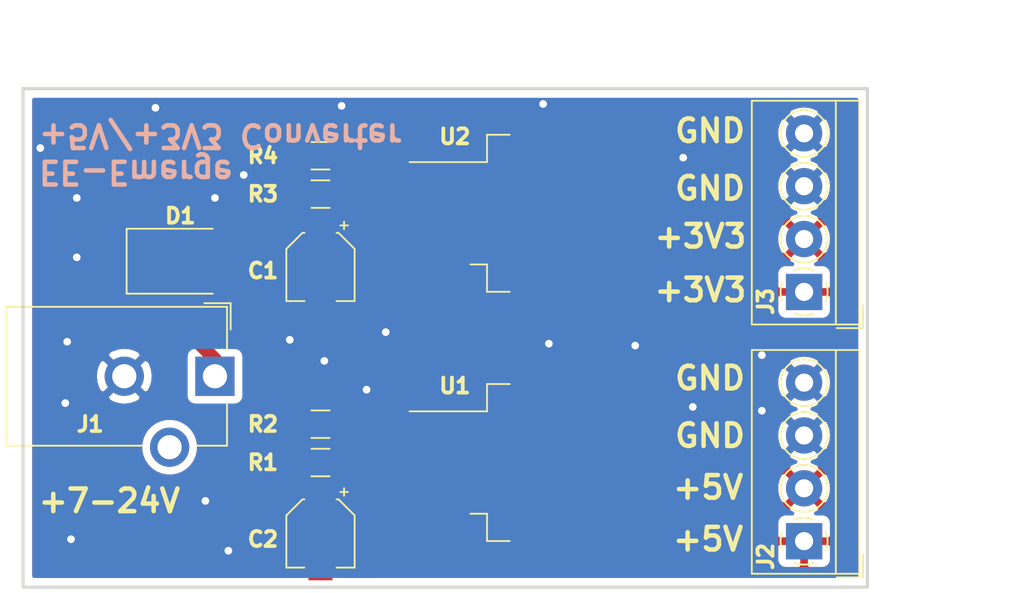
<source format=kicad_pcb>
(kicad_pcb (version 20171130) (host pcbnew "(5.1.5)-3")

  (general
    (thickness 1.6)
    (drawings 16)
    (tracks 47)
    (zones 0)
    (modules 12)
    (nets 8)
  )

  (page A4)
  (layers
    (0 F.Cu signal)
    (31 B.Cu signal)
    (32 B.Adhes user hide)
    (33 F.Adhes user)
    (34 B.Paste user)
    (35 F.Paste user)
    (36 B.SilkS user)
    (37 F.SilkS user)
    (38 B.Mask user)
    (39 F.Mask user)
    (40 Dwgs.User user)
    (41 Cmts.User user)
    (42 Eco1.User user)
    (43 Eco2.User user)
    (44 Edge.Cuts user)
    (45 Margin user)
    (46 B.CrtYd user)
    (47 F.CrtYd user)
    (48 B.Fab user hide)
    (49 F.Fab user hide)
  )

  (setup
    (last_trace_width 0.381)
    (trace_clearance 0.254)
    (zone_clearance 0.508)
    (zone_45_only no)
    (trace_min 0.1524)
    (via_size 0.6858)
    (via_drill 0.508)
    (via_min_size 0.381)
    (via_min_drill 0.00033)
    (user_via 0.762 0.508)
    (uvia_size 0.6858)
    (uvia_drill 0.508)
    (uvias_allowed no)
    (uvia_min_size 0)
    (uvia_min_drill 0)
    (edge_width 0.15)
    (segment_width 0.2)
    (pcb_text_width 0.3)
    (pcb_text_size 1.5 1.5)
    (mod_edge_width 0.15)
    (mod_text_size 1 1)
    (mod_text_width 0.15)
    (pad_size 1.524 1.524)
    (pad_drill 0.762)
    (pad_to_mask_clearance 0.0508)
    (solder_mask_min_width 0.1016)
    (aux_axis_origin 0 0)
    (visible_elements 7FFFF7FF)
    (pcbplotparams
      (layerselection 0x010f0_ffffffff)
      (usegerberextensions true)
      (usegerberattributes false)
      (usegerberadvancedattributes false)
      (creategerberjobfile false)
      (excludeedgelayer true)
      (linewidth 0.100000)
      (plotframeref false)
      (viasonmask false)
      (mode 1)
      (useauxorigin false)
      (hpglpennumber 1)
      (hpglpenspeed 20)
      (hpglpendiameter 15.000000)
      (psnegative false)
      (psa4output false)
      (plotreference true)
      (plotvalue true)
      (plotinvisibletext false)
      (padsonsilk false)
      (subtractmaskfromsilk false)
      (outputformat 1)
      (mirror false)
      (drillshape 0)
      (scaleselection 1)
      (outputdirectory "tmp/"))
  )

  (net 0 "")
  (net 1 "Net-(C1-Pad1)")
  (net 2 GND)
  (net 3 "Net-(D1-Pad1)")
  (net 4 +5V)
  (net 5 +3V3)
  (net 6 "Net-(R1-Pad2)")
  (net 7 "Net-(R3-Pad2)")

  (net_class Default "This is the default net class."
    (clearance 0.254)
    (trace_width 0.381)
    (via_dia 0.6858)
    (via_drill 0.508)
    (uvia_dia 0.6858)
    (uvia_drill 0.508)
    (diff_pair_width 0.1778)
    (diff_pair_gap 0.2286)
    (add_net +5V)
    (add_net GND)
    (add_net "Net-(R1-Pad2)")
    (add_net "Net-(R3-Pad2)")
  )

  (net_class power ""
    (clearance 0.254)
    (trace_width 0.889)
    (via_dia 0.6858)
    (via_drill 0.3302)
    (uvia_dia 0.6858)
    (uvia_drill 0.3302)
    (diff_pair_width 0.1778)
    (diff_pair_gap 0.2286)
    (add_net +3V3)
    (add_net "Net-(C1-Pad1)")
    (add_net "Net-(D1-Pad1)")
  )

  (module TerminalBlock_4Ucon:TerminalBlock_4Ucon_1x04_P3.50mm_Horizontal (layer F.Cu) (tedit 5B294E91) (tstamp 5E5306B5)
    (at 137.414 115.697 90)
    (descr "Terminal Block 4Ucon ItemNo. 20001, 4 pins, pitch 3.5mm, size 14.7x7mm^2, drill diamater 1.2mm, pad diameter 2.4mm, see http://www.4uconnector.com/online/object/4udrawing/20001.pdf, script-generated using https://github.com/pointhi/kicad-footprint-generator/scripts/TerminalBlock_4Ucon")
    (tags "THT Terminal Block 4Ucon ItemNo. 20001 pitch 3.5mm size 14.7x7mm^2 drill 1.2mm pad 2.4mm")
    (path /5E522F22)
    (fp_text reference J2 (at -1.016 -2.54 90) (layer F.SilkS)
      (effects (font (size 1 1) (thickness 0.25)))
    )
    (fp_text value Screw_Terminal_01x04 (at 5.25 4.66 90) (layer F.Fab)
      (effects (font (size 1 1) (thickness 0.15)))
    )
    (fp_arc (start 0 0) (end 0 1.555) (angle -23) (layer F.SilkS) (width 0.12))
    (fp_arc (start 0 0) (end 1.432 0.608) (angle -46) (layer F.SilkS) (width 0.12))
    (fp_arc (start 0 0) (end 0.608 -1.432) (angle -46) (layer F.SilkS) (width 0.12))
    (fp_arc (start 0 0) (end -1.432 -0.608) (angle -46) (layer F.SilkS) (width 0.12))
    (fp_arc (start 0 0) (end -0.608 1.432) (angle -24) (layer F.SilkS) (width 0.12))
    (fp_circle (center 0 0) (end 1.375 0) (layer F.Fab) (width 0.1))
    (fp_circle (center 3.5 0) (end 4.875 0) (layer F.Fab) (width 0.1))
    (fp_circle (center 3.5 0) (end 5.055 0) (layer F.SilkS) (width 0.12))
    (fp_circle (center 7 0) (end 8.375 0) (layer F.Fab) (width 0.1))
    (fp_circle (center 7 0) (end 8.555 0) (layer F.SilkS) (width 0.12))
    (fp_circle (center 10.5 0) (end 11.875 0) (layer F.Fab) (width 0.1))
    (fp_circle (center 10.5 0) (end 12.055 0) (layer F.SilkS) (width 0.12))
    (fp_line (start -2.1 -3.4) (end 12.6 -3.4) (layer F.Fab) (width 0.1))
    (fp_line (start 12.6 -3.4) (end 12.6 3.6) (layer F.Fab) (width 0.1))
    (fp_line (start 12.6 3.6) (end -0.6 3.6) (layer F.Fab) (width 0.1))
    (fp_line (start -0.6 3.6) (end -2.1 2.1) (layer F.Fab) (width 0.1))
    (fp_line (start -2.1 2.1) (end -2.1 -3.4) (layer F.Fab) (width 0.1))
    (fp_line (start -2.1 2.1) (end 12.6 2.1) (layer F.Fab) (width 0.1))
    (fp_line (start -2.16 2.1) (end 12.66 2.1) (layer F.SilkS) (width 0.12))
    (fp_line (start -2.16 -3.46) (end 12.66 -3.46) (layer F.SilkS) (width 0.12))
    (fp_line (start -2.16 3.66) (end 12.66 3.66) (layer F.SilkS) (width 0.12))
    (fp_line (start -2.16 -3.46) (end -2.16 3.66) (layer F.SilkS) (width 0.12))
    (fp_line (start 12.66 -3.46) (end 12.66 3.66) (layer F.SilkS) (width 0.12))
    (fp_line (start -1.1 -0.069) (end -0.069 -0.069) (layer F.Fab) (width 0.1))
    (fp_line (start -0.069 -0.069) (end -0.069 -1.1) (layer F.Fab) (width 0.1))
    (fp_line (start -0.069 -1.1) (end 0.069 -1.1) (layer F.Fab) (width 0.1))
    (fp_line (start 0.069 -1.1) (end 0.069 -0.069) (layer F.Fab) (width 0.1))
    (fp_line (start 0.069 -0.069) (end 1.1 -0.069) (layer F.Fab) (width 0.1))
    (fp_line (start 1.1 -0.069) (end 1.1 0.069) (layer F.Fab) (width 0.1))
    (fp_line (start 1.1 0.069) (end 0.069 0.069) (layer F.Fab) (width 0.1))
    (fp_line (start 0.069 0.069) (end 0.069 1.1) (layer F.Fab) (width 0.1))
    (fp_line (start 0.069 1.1) (end -0.069 1.1) (layer F.Fab) (width 0.1))
    (fp_line (start -0.069 1.1) (end -0.069 0.069) (layer F.Fab) (width 0.1))
    (fp_line (start -0.069 0.069) (end -1.1 0.069) (layer F.Fab) (width 0.1))
    (fp_line (start -1.1 0.069) (end -1.1 -0.069) (layer F.Fab) (width 0.1))
    (fp_line (start 2.4 -0.069) (end 3.431 -0.069) (layer F.Fab) (width 0.1))
    (fp_line (start 3.431 -0.069) (end 3.431 -1.1) (layer F.Fab) (width 0.1))
    (fp_line (start 3.431 -1.1) (end 3.569 -1.1) (layer F.Fab) (width 0.1))
    (fp_line (start 3.569 -1.1) (end 3.569 -0.069) (layer F.Fab) (width 0.1))
    (fp_line (start 3.569 -0.069) (end 4.6 -0.069) (layer F.Fab) (width 0.1))
    (fp_line (start 4.6 -0.069) (end 4.6 0.069) (layer F.Fab) (width 0.1))
    (fp_line (start 4.6 0.069) (end 3.569 0.069) (layer F.Fab) (width 0.1))
    (fp_line (start 3.569 0.069) (end 3.569 1.1) (layer F.Fab) (width 0.1))
    (fp_line (start 3.569 1.1) (end 3.431 1.1) (layer F.Fab) (width 0.1))
    (fp_line (start 3.431 1.1) (end 3.431 0.069) (layer F.Fab) (width 0.1))
    (fp_line (start 3.431 0.069) (end 2.4 0.069) (layer F.Fab) (width 0.1))
    (fp_line (start 2.4 0.069) (end 2.4 -0.069) (layer F.Fab) (width 0.1))
    (fp_line (start 5.9 -0.069) (end 6.931 -0.069) (layer F.Fab) (width 0.1))
    (fp_line (start 6.931 -0.069) (end 6.931 -1.1) (layer F.Fab) (width 0.1))
    (fp_line (start 6.931 -1.1) (end 7.069 -1.1) (layer F.Fab) (width 0.1))
    (fp_line (start 7.069 -1.1) (end 7.069 -0.069) (layer F.Fab) (width 0.1))
    (fp_line (start 7.069 -0.069) (end 8.1 -0.069) (layer F.Fab) (width 0.1))
    (fp_line (start 8.1 -0.069) (end 8.1 0.069) (layer F.Fab) (width 0.1))
    (fp_line (start 8.1 0.069) (end 7.069 0.069) (layer F.Fab) (width 0.1))
    (fp_line (start 7.069 0.069) (end 7.069 1.1) (layer F.Fab) (width 0.1))
    (fp_line (start 7.069 1.1) (end 6.931 1.1) (layer F.Fab) (width 0.1))
    (fp_line (start 6.931 1.1) (end 6.931 0.069) (layer F.Fab) (width 0.1))
    (fp_line (start 6.931 0.069) (end 5.9 0.069) (layer F.Fab) (width 0.1))
    (fp_line (start 5.9 0.069) (end 5.9 -0.069) (layer F.Fab) (width 0.1))
    (fp_line (start 9.4 -0.069) (end 10.431 -0.069) (layer F.Fab) (width 0.1))
    (fp_line (start 10.431 -0.069) (end 10.431 -1.1) (layer F.Fab) (width 0.1))
    (fp_line (start 10.431 -1.1) (end 10.569 -1.1) (layer F.Fab) (width 0.1))
    (fp_line (start 10.569 -1.1) (end 10.569 -0.069) (layer F.Fab) (width 0.1))
    (fp_line (start 10.569 -0.069) (end 11.6 -0.069) (layer F.Fab) (width 0.1))
    (fp_line (start 11.6 -0.069) (end 11.6 0.069) (layer F.Fab) (width 0.1))
    (fp_line (start 11.6 0.069) (end 10.569 0.069) (layer F.Fab) (width 0.1))
    (fp_line (start 10.569 0.069) (end 10.569 1.1) (layer F.Fab) (width 0.1))
    (fp_line (start 10.569 1.1) (end 10.431 1.1) (layer F.Fab) (width 0.1))
    (fp_line (start 10.431 1.1) (end 10.431 0.069) (layer F.Fab) (width 0.1))
    (fp_line (start 10.431 0.069) (end 9.4 0.069) (layer F.Fab) (width 0.1))
    (fp_line (start 9.4 0.069) (end 9.4 -0.069) (layer F.Fab) (width 0.1))
    (fp_line (start -2.4 2.16) (end -2.4 3.9) (layer F.SilkS) (width 0.12))
    (fp_line (start -2.4 3.9) (end -0.9 3.9) (layer F.SilkS) (width 0.12))
    (fp_line (start -2.6 -3.9) (end -2.6 4.1) (layer F.CrtYd) (width 0.05))
    (fp_line (start -2.6 4.1) (end 13.1 4.1) (layer F.CrtYd) (width 0.05))
    (fp_line (start 13.1 4.1) (end 13.1 -3.9) (layer F.CrtYd) (width 0.05))
    (fp_line (start 13.1 -3.9) (end -2.6 -3.9) (layer F.CrtYd) (width 0.05))
    (fp_text user %R (at 5.25 2.9 90) (layer F.Fab)
      (effects (font (size 1 1) (thickness 0.15)))
    )
    (pad 1 thru_hole rect (at 0 0 90) (size 2.4 2.4) (drill 1.2) (layers *.Cu *.Mask)
      (net 4 +5V))
    (pad 2 thru_hole circle (at 3.5 0 90) (size 2.4 2.4) (drill 1.2) (layers *.Cu *.Mask)
      (net 4 +5V))
    (pad 3 thru_hole circle (at 7 0 90) (size 2.4 2.4) (drill 1.2) (layers *.Cu *.Mask)
      (net 2 GND))
    (pad 4 thru_hole circle (at 10.5 0 90) (size 2.4 2.4) (drill 1.2) (layers *.Cu *.Mask)
      (net 2 GND))
    (model "C:/Users/Sean Alling/Desktop/pxc_1751264_04_MKDS-1-4-3-5_3D.stp"
      (offset (xyz -2.032 -3.606799999999999 0))
      (scale (xyz 1 1 1))
      (rotate (xyz -90 0 90))
    )
  )

  (module Package_TO_SOT_SMD:TO-263-3_TabPin2 (layer F.Cu) (tedit 5A70FB8C) (tstamp 5E533CC8)
    (at 119.38 93.98)
    (descr "TO-263 / D2PAK / DDPAK SMD package, http://www.infineon.com/cms/en/product/packages/PG-TO263/PG-TO263-3-1/")
    (tags "D2PAK DDPAK TO-263 D2PAK-3 TO-263-3 SOT-404")
    (path /5E52F5AC)
    (attr smd)
    (fp_text reference U2 (at -5.08 -5.08) (layer F.SilkS)
      (effects (font (size 1 1) (thickness 0.25)))
    )
    (fp_text value LM317_3PinPackage (at 0 6.65) (layer F.Fab)
      (effects (font (size 1 1) (thickness 0.15)))
    )
    (fp_text user %R (at 0 0) (layer F.Fab)
      (effects (font (size 1 1) (thickness 0.15)))
    )
    (fp_line (start 8.32 -5.65) (end -8.32 -5.65) (layer F.CrtYd) (width 0.05))
    (fp_line (start 8.32 5.65) (end 8.32 -5.65) (layer F.CrtYd) (width 0.05))
    (fp_line (start -8.32 5.65) (end 8.32 5.65) (layer F.CrtYd) (width 0.05))
    (fp_line (start -8.32 -5.65) (end -8.32 5.65) (layer F.CrtYd) (width 0.05))
    (fp_line (start -2.95 3.39) (end -4.05 3.39) (layer F.SilkS) (width 0.12))
    (fp_line (start -2.95 5.2) (end -2.95 3.39) (layer F.SilkS) (width 0.12))
    (fp_line (start -1.45 5.2) (end -2.95 5.2) (layer F.SilkS) (width 0.12))
    (fp_line (start -2.95 -3.39) (end -8.075 -3.39) (layer F.SilkS) (width 0.12))
    (fp_line (start -2.95 -5.2) (end -2.95 -3.39) (layer F.SilkS) (width 0.12))
    (fp_line (start -1.45 -5.2) (end -2.95 -5.2) (layer F.SilkS) (width 0.12))
    (fp_line (start -7.45 3.04) (end -2.75 3.04) (layer F.Fab) (width 0.1))
    (fp_line (start -7.45 2.04) (end -7.45 3.04) (layer F.Fab) (width 0.1))
    (fp_line (start -2.75 2.04) (end -7.45 2.04) (layer F.Fab) (width 0.1))
    (fp_line (start -7.45 0.5) (end -2.75 0.5) (layer F.Fab) (width 0.1))
    (fp_line (start -7.45 -0.5) (end -7.45 0.5) (layer F.Fab) (width 0.1))
    (fp_line (start -2.75 -0.5) (end -7.45 -0.5) (layer F.Fab) (width 0.1))
    (fp_line (start -7.45 -2.04) (end -2.75 -2.04) (layer F.Fab) (width 0.1))
    (fp_line (start -7.45 -3.04) (end -7.45 -2.04) (layer F.Fab) (width 0.1))
    (fp_line (start -2.75 -3.04) (end -7.45 -3.04) (layer F.Fab) (width 0.1))
    (fp_line (start -1.75 -5) (end 6.5 -5) (layer F.Fab) (width 0.1))
    (fp_line (start -2.75 -4) (end -1.75 -5) (layer F.Fab) (width 0.1))
    (fp_line (start -2.75 5) (end -2.75 -4) (layer F.Fab) (width 0.1))
    (fp_line (start 6.5 5) (end -2.75 5) (layer F.Fab) (width 0.1))
    (fp_line (start 6.5 -5) (end 6.5 5) (layer F.Fab) (width 0.1))
    (fp_line (start 7.5 5) (end 6.5 5) (layer F.Fab) (width 0.1))
    (fp_line (start 7.5 -5) (end 7.5 5) (layer F.Fab) (width 0.1))
    (fp_line (start 6.5 -5) (end 7.5 -5) (layer F.Fab) (width 0.1))
    (pad "" smd rect (at 0.95 2.775) (size 4.55 5.25) (layers F.Paste))
    (pad "" smd rect (at 5.8 -2.775) (size 4.55 5.25) (layers F.Paste))
    (pad "" smd rect (at 0.95 -2.775) (size 4.55 5.25) (layers F.Paste))
    (pad "" smd rect (at 5.8 2.775) (size 4.55 5.25) (layers F.Paste))
    (pad 2 smd rect (at 3.375 0) (size 9.4 10.8) (layers F.Cu F.Mask)
      (net 5 +3V3))
    (pad 3 smd rect (at -5.775 2.54) (size 4.6 1.1) (layers F.Cu F.Paste F.Mask)
      (net 1 "Net-(C1-Pad1)"))
    (pad 2 smd rect (at -5.775 0) (size 4.6 1.1) (layers F.Cu F.Paste F.Mask)
      (net 5 +3V3))
    (pad 1 smd rect (at -5.775 -2.54) (size 4.6 1.1) (layers F.Cu F.Paste F.Mask)
      (net 7 "Net-(R3-Pad2)"))
    (model ${KISYS3DMOD}/Package_TO_SOT_SMD.3dshapes/TO-263-3_TabPin2.wrl
      (at (xyz 0 0 0))
      (scale (xyz 1 1 1))
      (rotate (xyz 0 0 0))
    )
  )

  (module Package_TO_SOT_SMD:TO-263-3_TabPin2 (layer F.Cu) (tedit 5A70FB8C) (tstamp 5E533F3D)
    (at 119.38 110.49)
    (descr "TO-263 / D2PAK / DDPAK SMD package, http://www.infineon.com/cms/en/product/packages/PG-TO263/PG-TO263-3-1/")
    (tags "D2PAK DDPAK TO-263 D2PAK-3 TO-263-3 SOT-404")
    (path /5E52EFE1)
    (attr smd)
    (fp_text reference U1 (at -5.08 -5.08) (layer F.SilkS)
      (effects (font (size 1 1) (thickness 0.25)))
    )
    (fp_text value LM317_3PinPackage (at 0 6.65) (layer F.Fab)
      (effects (font (size 1 1) (thickness 0.15)))
    )
    (fp_text user %R (at 0 0) (layer F.Fab)
      (effects (font (size 1 1) (thickness 0.15)))
    )
    (fp_line (start 8.32 -5.65) (end -8.32 -5.65) (layer F.CrtYd) (width 0.05))
    (fp_line (start 8.32 5.65) (end 8.32 -5.65) (layer F.CrtYd) (width 0.05))
    (fp_line (start -8.32 5.65) (end 8.32 5.65) (layer F.CrtYd) (width 0.05))
    (fp_line (start -8.32 -5.65) (end -8.32 5.65) (layer F.CrtYd) (width 0.05))
    (fp_line (start -2.95 3.39) (end -4.05 3.39) (layer F.SilkS) (width 0.12))
    (fp_line (start -2.95 5.2) (end -2.95 3.39) (layer F.SilkS) (width 0.12))
    (fp_line (start -1.45 5.2) (end -2.95 5.2) (layer F.SilkS) (width 0.12))
    (fp_line (start -2.95 -3.39) (end -8.075 -3.39) (layer F.SilkS) (width 0.12))
    (fp_line (start -2.95 -5.2) (end -2.95 -3.39) (layer F.SilkS) (width 0.12))
    (fp_line (start -1.45 -5.2) (end -2.95 -5.2) (layer F.SilkS) (width 0.12))
    (fp_line (start -7.45 3.04) (end -2.75 3.04) (layer F.Fab) (width 0.1))
    (fp_line (start -7.45 2.04) (end -7.45 3.04) (layer F.Fab) (width 0.1))
    (fp_line (start -2.75 2.04) (end -7.45 2.04) (layer F.Fab) (width 0.1))
    (fp_line (start -7.45 0.5) (end -2.75 0.5) (layer F.Fab) (width 0.1))
    (fp_line (start -7.45 -0.5) (end -7.45 0.5) (layer F.Fab) (width 0.1))
    (fp_line (start -2.75 -0.5) (end -7.45 -0.5) (layer F.Fab) (width 0.1))
    (fp_line (start -7.45 -2.04) (end -2.75 -2.04) (layer F.Fab) (width 0.1))
    (fp_line (start -7.45 -3.04) (end -7.45 -2.04) (layer F.Fab) (width 0.1))
    (fp_line (start -2.75 -3.04) (end -7.45 -3.04) (layer F.Fab) (width 0.1))
    (fp_line (start -1.75 -5) (end 6.5 -5) (layer F.Fab) (width 0.1))
    (fp_line (start -2.75 -4) (end -1.75 -5) (layer F.Fab) (width 0.1))
    (fp_line (start -2.75 5) (end -2.75 -4) (layer F.Fab) (width 0.1))
    (fp_line (start 6.5 5) (end -2.75 5) (layer F.Fab) (width 0.1))
    (fp_line (start 6.5 -5) (end 6.5 5) (layer F.Fab) (width 0.1))
    (fp_line (start 7.5 5) (end 6.5 5) (layer F.Fab) (width 0.1))
    (fp_line (start 7.5 -5) (end 7.5 5) (layer F.Fab) (width 0.1))
    (fp_line (start 6.5 -5) (end 7.5 -5) (layer F.Fab) (width 0.1))
    (pad "" smd rect (at 0.95 2.775) (size 4.55 5.25) (layers F.Paste))
    (pad "" smd rect (at 5.8 -2.775) (size 4.55 5.25) (layers F.Paste))
    (pad "" smd rect (at 0.95 -2.775) (size 4.55 5.25) (layers F.Paste))
    (pad "" smd rect (at 5.8 2.775) (size 4.55 5.25) (layers F.Paste))
    (pad 2 smd rect (at 3.375 0) (size 9.4 10.8) (layers F.Cu F.Mask)
      (net 4 +5V))
    (pad 3 smd rect (at -5.775 2.54) (size 4.6 1.1) (layers F.Cu F.Paste F.Mask)
      (net 1 "Net-(C1-Pad1)"))
    (pad 2 smd rect (at -5.775 0) (size 4.6 1.1) (layers F.Cu F.Paste F.Mask)
      (net 4 +5V))
    (pad 1 smd rect (at -5.775 -2.54) (size 4.6 1.1) (layers F.Cu F.Paste F.Mask)
      (net 6 "Net-(R1-Pad2)"))
    (model ${KISYS3DMOD}/Package_TO_SOT_SMD.3dshapes/TO-263-3_TabPin2.wrl
      (at (xyz 0 0 0))
      (scale (xyz 1 1 1))
      (rotate (xyz 0 0 0))
    )
  )

  (module Capacitor_SMD:CP_Elec_4x4.5 (layer F.Cu) (tedit 5A841F9D) (tstamp 5E530DD9)
    (at 105.41 97.536 270)
    (descr "SMT capacitor, aluminium electrolytic, 4x4.5, Nichicon ")
    (tags "Capacitor Electrolytic")
    (path /5E5204C4)
    (attr smd)
    (fp_text reference C1 (at 0.254 3.81) (layer F.SilkS)
      (effects (font (size 1 1) (thickness 0.25)))
    )
    (fp_text value 0.1uF (at 0 3.2 270) (layer F.Fab)
      (effects (font (size 1 1) (thickness 0.15)))
    )
    (fp_circle (center 0 0) (end 2 0) (layer F.Fab) (width 0.1))
    (fp_line (start 2.15 -2.15) (end 2.15 2.15) (layer F.Fab) (width 0.1))
    (fp_line (start -1.15 -2.15) (end 2.15 -2.15) (layer F.Fab) (width 0.1))
    (fp_line (start -1.15 2.15) (end 2.15 2.15) (layer F.Fab) (width 0.1))
    (fp_line (start -2.15 -1.15) (end -2.15 1.15) (layer F.Fab) (width 0.1))
    (fp_line (start -2.15 -1.15) (end -1.15 -2.15) (layer F.Fab) (width 0.1))
    (fp_line (start -2.15 1.15) (end -1.15 2.15) (layer F.Fab) (width 0.1))
    (fp_line (start -1.574773 -1) (end -1.174773 -1) (layer F.Fab) (width 0.1))
    (fp_line (start -1.374773 -1.2) (end -1.374773 -0.8) (layer F.Fab) (width 0.1))
    (fp_line (start 2.26 2.26) (end 2.26 1.06) (layer F.SilkS) (width 0.12))
    (fp_line (start 2.26 -2.26) (end 2.26 -1.06) (layer F.SilkS) (width 0.12))
    (fp_line (start -1.195563 -2.26) (end 2.26 -2.26) (layer F.SilkS) (width 0.12))
    (fp_line (start -1.195563 2.26) (end 2.26 2.26) (layer F.SilkS) (width 0.12))
    (fp_line (start -2.26 1.195563) (end -2.26 1.06) (layer F.SilkS) (width 0.12))
    (fp_line (start -2.26 -1.195563) (end -2.26 -1.06) (layer F.SilkS) (width 0.12))
    (fp_line (start -2.26 -1.195563) (end -1.195563 -2.26) (layer F.SilkS) (width 0.12))
    (fp_line (start -2.26 1.195563) (end -1.195563 2.26) (layer F.SilkS) (width 0.12))
    (fp_line (start -3 -1.56) (end -2.5 -1.56) (layer F.SilkS) (width 0.12))
    (fp_line (start -2.75 -1.81) (end -2.75 -1.31) (layer F.SilkS) (width 0.12))
    (fp_line (start 2.4 -2.4) (end 2.4 -1.05) (layer F.CrtYd) (width 0.05))
    (fp_line (start 2.4 -1.05) (end 3.35 -1.05) (layer F.CrtYd) (width 0.05))
    (fp_line (start 3.35 -1.05) (end 3.35 1.05) (layer F.CrtYd) (width 0.05))
    (fp_line (start 3.35 1.05) (end 2.4 1.05) (layer F.CrtYd) (width 0.05))
    (fp_line (start 2.4 1.05) (end 2.4 2.4) (layer F.CrtYd) (width 0.05))
    (fp_line (start -1.25 2.4) (end 2.4 2.4) (layer F.CrtYd) (width 0.05))
    (fp_line (start -1.25 -2.4) (end 2.4 -2.4) (layer F.CrtYd) (width 0.05))
    (fp_line (start -2.4 1.25) (end -1.25 2.4) (layer F.CrtYd) (width 0.05))
    (fp_line (start -2.4 -1.25) (end -1.25 -2.4) (layer F.CrtYd) (width 0.05))
    (fp_line (start -2.4 -1.25) (end -2.4 -1.05) (layer F.CrtYd) (width 0.05))
    (fp_line (start -2.4 1.05) (end -2.4 1.25) (layer F.CrtYd) (width 0.05))
    (fp_line (start -2.4 -1.05) (end -3.35 -1.05) (layer F.CrtYd) (width 0.05))
    (fp_line (start -3.35 -1.05) (end -3.35 1.05) (layer F.CrtYd) (width 0.05))
    (fp_line (start -3.35 1.05) (end -2.4 1.05) (layer F.CrtYd) (width 0.05))
    (fp_text user %R (at 0 0 270) (layer F.Fab)
      (effects (font (size 0.8 0.8) (thickness 0.12)))
    )
    (pad 1 smd rect (at -1.8 0 270) (size 2.6 1.6) (layers F.Cu F.Paste F.Mask)
      (net 1 "Net-(C1-Pad1)"))
    (pad 2 smd rect (at 1.8 0 270) (size 2.6 1.6) (layers F.Cu F.Paste F.Mask)
      (net 2 GND))
    (model ${KISYS3DMOD}/Capacitor_SMD.3dshapes/CP_Elec_4x4.5.wrl
      (at (xyz 0 0 0))
      (scale (xyz 1 1 1))
      (rotate (xyz 0 0 0))
    )
  )

  (module Capacitor_SMD:CP_Elec_4x4.5 (layer F.Cu) (tedit 5A841F9D) (tstamp 5E5EE2DB)
    (at 105.41 115.189 270)
    (descr "SMT capacitor, aluminium electrolytic, 4x4.5, Nichicon ")
    (tags "Capacitor Electrolytic")
    (path /5E521BB5)
    (attr smd)
    (fp_text reference C2 (at 0.381 3.81) (layer F.SilkS)
      (effects (font (size 1 1) (thickness 0.25)))
    )
    (fp_text value 0.1uF (at 0 3.2 270) (layer F.Fab)
      (effects (font (size 1 1) (thickness 0.15)))
    )
    (fp_text user %R (at 0 0 270) (layer F.Fab)
      (effects (font (size 0.8 0.8) (thickness 0.12)))
    )
    (fp_line (start -3.35 1.05) (end -2.4 1.05) (layer F.CrtYd) (width 0.05))
    (fp_line (start -3.35 -1.05) (end -3.35 1.05) (layer F.CrtYd) (width 0.05))
    (fp_line (start -2.4 -1.05) (end -3.35 -1.05) (layer F.CrtYd) (width 0.05))
    (fp_line (start -2.4 1.05) (end -2.4 1.25) (layer F.CrtYd) (width 0.05))
    (fp_line (start -2.4 -1.25) (end -2.4 -1.05) (layer F.CrtYd) (width 0.05))
    (fp_line (start -2.4 -1.25) (end -1.25 -2.4) (layer F.CrtYd) (width 0.05))
    (fp_line (start -2.4 1.25) (end -1.25 2.4) (layer F.CrtYd) (width 0.05))
    (fp_line (start -1.25 -2.4) (end 2.4 -2.4) (layer F.CrtYd) (width 0.05))
    (fp_line (start -1.25 2.4) (end 2.4 2.4) (layer F.CrtYd) (width 0.05))
    (fp_line (start 2.4 1.05) (end 2.4 2.4) (layer F.CrtYd) (width 0.05))
    (fp_line (start 3.35 1.05) (end 2.4 1.05) (layer F.CrtYd) (width 0.05))
    (fp_line (start 3.35 -1.05) (end 3.35 1.05) (layer F.CrtYd) (width 0.05))
    (fp_line (start 2.4 -1.05) (end 3.35 -1.05) (layer F.CrtYd) (width 0.05))
    (fp_line (start 2.4 -2.4) (end 2.4 -1.05) (layer F.CrtYd) (width 0.05))
    (fp_line (start -2.75 -1.81) (end -2.75 -1.31) (layer F.SilkS) (width 0.12))
    (fp_line (start -3 -1.56) (end -2.5 -1.56) (layer F.SilkS) (width 0.12))
    (fp_line (start -2.26 1.195563) (end -1.195563 2.26) (layer F.SilkS) (width 0.12))
    (fp_line (start -2.26 -1.195563) (end -1.195563 -2.26) (layer F.SilkS) (width 0.12))
    (fp_line (start -2.26 -1.195563) (end -2.26 -1.06) (layer F.SilkS) (width 0.12))
    (fp_line (start -2.26 1.195563) (end -2.26 1.06) (layer F.SilkS) (width 0.12))
    (fp_line (start -1.195563 2.26) (end 2.26 2.26) (layer F.SilkS) (width 0.12))
    (fp_line (start -1.195563 -2.26) (end 2.26 -2.26) (layer F.SilkS) (width 0.12))
    (fp_line (start 2.26 -2.26) (end 2.26 -1.06) (layer F.SilkS) (width 0.12))
    (fp_line (start 2.26 2.26) (end 2.26 1.06) (layer F.SilkS) (width 0.12))
    (fp_line (start -1.374773 -1.2) (end -1.374773 -0.8) (layer F.Fab) (width 0.1))
    (fp_line (start -1.574773 -1) (end -1.174773 -1) (layer F.Fab) (width 0.1))
    (fp_line (start -2.15 1.15) (end -1.15 2.15) (layer F.Fab) (width 0.1))
    (fp_line (start -2.15 -1.15) (end -1.15 -2.15) (layer F.Fab) (width 0.1))
    (fp_line (start -2.15 -1.15) (end -2.15 1.15) (layer F.Fab) (width 0.1))
    (fp_line (start -1.15 2.15) (end 2.15 2.15) (layer F.Fab) (width 0.1))
    (fp_line (start -1.15 -2.15) (end 2.15 -2.15) (layer F.Fab) (width 0.1))
    (fp_line (start 2.15 -2.15) (end 2.15 2.15) (layer F.Fab) (width 0.1))
    (fp_circle (center 0 0) (end 2 0) (layer F.Fab) (width 0.1))
    (pad 2 smd rect (at 1.8 0 270) (size 2.6 1.6) (layers F.Cu F.Paste F.Mask)
      (net 2 GND))
    (pad 1 smd rect (at -1.8 0 270) (size 2.6 1.6) (layers F.Cu F.Paste F.Mask)
      (net 1 "Net-(C1-Pad1)"))
    (model ${KISYS3DMOD}/Capacitor_SMD.3dshapes/CP_Elec_4x4.5.wrl
      (at (xyz 0 0 0))
      (scale (xyz 1 1 1))
      (rotate (xyz 0 0 0))
    )
  )

  (module Diode_SMD:D_SMB locked (layer F.Cu) (tedit 58645DF3) (tstamp 5E5EB42E)
    (at 96.13 97.155)
    (descr "Diode SMB (DO-214AA)")
    (tags "Diode SMB (DO-214AA)")
    (path /5E51F22D)
    (attr smd)
    (fp_text reference D1 (at 0 -3) (layer F.SilkS)
      (effects (font (size 1 1) (thickness 0.25)))
    )
    (fp_text value DIODE (at 0 3.1) (layer F.Fab)
      (effects (font (size 1 1) (thickness 0.15)))
    )
    (fp_text user %R (at 0 -3) (layer F.Fab)
      (effects (font (size 1 1) (thickness 0.15)))
    )
    (fp_line (start -3.55 -2.15) (end -3.55 2.15) (layer F.SilkS) (width 0.12))
    (fp_line (start 2.3 2) (end -2.3 2) (layer F.Fab) (width 0.1))
    (fp_line (start -2.3 2) (end -2.3 -2) (layer F.Fab) (width 0.1))
    (fp_line (start 2.3 -2) (end 2.3 2) (layer F.Fab) (width 0.1))
    (fp_line (start 2.3 -2) (end -2.3 -2) (layer F.Fab) (width 0.1))
    (fp_line (start -3.65 -2.25) (end 3.65 -2.25) (layer F.CrtYd) (width 0.05))
    (fp_line (start 3.65 -2.25) (end 3.65 2.25) (layer F.CrtYd) (width 0.05))
    (fp_line (start 3.65 2.25) (end -3.65 2.25) (layer F.CrtYd) (width 0.05))
    (fp_line (start -3.65 2.25) (end -3.65 -2.25) (layer F.CrtYd) (width 0.05))
    (fp_line (start -0.64944 0.00102) (end -1.55114 0.00102) (layer F.Fab) (width 0.1))
    (fp_line (start 0.50118 0.00102) (end 1.4994 0.00102) (layer F.Fab) (width 0.1))
    (fp_line (start -0.64944 -0.79908) (end -0.64944 0.80112) (layer F.Fab) (width 0.1))
    (fp_line (start 0.50118 0.75032) (end 0.50118 -0.79908) (layer F.Fab) (width 0.1))
    (fp_line (start -0.64944 0.00102) (end 0.50118 0.75032) (layer F.Fab) (width 0.1))
    (fp_line (start -0.64944 0.00102) (end 0.50118 -0.79908) (layer F.Fab) (width 0.1))
    (fp_line (start -3.55 2.15) (end 2.15 2.15) (layer F.SilkS) (width 0.12))
    (fp_line (start -3.55 -2.15) (end 2.15 -2.15) (layer F.SilkS) (width 0.12))
    (pad 1 smd rect (at -2.15 0) (size 2.5 2.3) (layers F.Cu F.Paste F.Mask)
      (net 3 "Net-(D1-Pad1)"))
    (pad 2 smd rect (at 2.15 0) (size 2.5 2.3) (layers F.Cu F.Paste F.Mask)
      (net 1 "Net-(C1-Pad1)"))
    (model ${KISYS3DMOD}/Diode_SMD.3dshapes/D_SMB.wrl
      (at (xyz 0 0 0))
      (scale (xyz 1 1 1))
      (rotate (xyz 0 0 0))
    )
  )

  (module Connector_BarrelJack:BarrelJack_CUI_PJ-102AH_Horizontal (layer F.Cu) (tedit 5A1DBF38) (tstamp 5E5EB666)
    (at 98.425 104.775 270)
    (descr "Thin-pin DC Barrel Jack, https://cdn-shop.adafruit.com/datasheets/21mmdcjackDatasheet.pdf")
    (tags "Power Jack")
    (path /5E51F136)
    (fp_text reference J1 (at 3.175 8.255) (layer F.SilkS)
      (effects (font (size 1 1) (thickness 0.25)))
    )
    (fp_text value Barrel_Jack (at -5.5 6.2) (layer F.Fab)
      (effects (font (size 1 1) (thickness 0.15)))
    )
    (fp_text user %R (at 0 6.5 270) (layer F.Fab)
      (effects (font (size 1 1) (thickness 0.15)))
    )
    (fp_line (start 1.8 -1.8) (end 1.8 -1.2) (layer F.CrtYd) (width 0.05))
    (fp_line (start 1.8 -1.2) (end 5 -1.2) (layer F.CrtYd) (width 0.05))
    (fp_line (start 5 -1.2) (end 5 1.2) (layer F.CrtYd) (width 0.05))
    (fp_line (start 5 1.2) (end 6.5 1.2) (layer F.CrtYd) (width 0.05))
    (fp_line (start 6.5 1.2) (end 6.5 4.8) (layer F.CrtYd) (width 0.05))
    (fp_line (start 6.5 4.8) (end 5 4.8) (layer F.CrtYd) (width 0.05))
    (fp_line (start 5 4.8) (end 5 14.2) (layer F.CrtYd) (width 0.05))
    (fp_line (start 5 14.2) (end -5 14.2) (layer F.CrtYd) (width 0.05))
    (fp_line (start -5 14.2) (end -5 -1.2) (layer F.CrtYd) (width 0.05))
    (fp_line (start -5 -1.2) (end -1.8 -1.2) (layer F.CrtYd) (width 0.05))
    (fp_line (start -1.8 -1.2) (end -1.8 -1.8) (layer F.CrtYd) (width 0.05))
    (fp_line (start -1.8 -1.8) (end 1.8 -1.8) (layer F.CrtYd) (width 0.05))
    (fp_line (start 4.6 4.8) (end 4.6 13.8) (layer F.SilkS) (width 0.12))
    (fp_line (start 4.6 13.8) (end -4.6 13.8) (layer F.SilkS) (width 0.12))
    (fp_line (start -4.6 13.8) (end -4.6 -0.8) (layer F.SilkS) (width 0.12))
    (fp_line (start -4.6 -0.8) (end -1.8 -0.8) (layer F.SilkS) (width 0.12))
    (fp_line (start 1.8 -0.8) (end 4.6 -0.8) (layer F.SilkS) (width 0.12))
    (fp_line (start 4.6 -0.8) (end 4.6 1.2) (layer F.SilkS) (width 0.12))
    (fp_line (start -4.84 0.7) (end -4.84 -1.04) (layer F.SilkS) (width 0.12))
    (fp_line (start -4.84 -1.04) (end -3.1 -1.04) (layer F.SilkS) (width 0.12))
    (fp_line (start 4.5 -0.7) (end 4.5 13.7) (layer F.Fab) (width 0.1))
    (fp_line (start 4.5 13.7) (end -4.5 13.7) (layer F.Fab) (width 0.1))
    (fp_line (start -4.5 13.7) (end -4.5 0.3) (layer F.Fab) (width 0.1))
    (fp_line (start -4.5 0.3) (end -3.5 -0.7) (layer F.Fab) (width 0.1))
    (fp_line (start -3.5 -0.7) (end 4.5 -0.7) (layer F.Fab) (width 0.1))
    (fp_line (start -4.5 10.2) (end 4.5 10.2) (layer F.Fab) (width 0.1))
    (pad 1 thru_hole rect (at 0 0 270) (size 2.6 2.6) (drill 1.6) (layers *.Cu *.Mask)
      (net 3 "Net-(D1-Pad1)"))
    (pad 2 thru_hole circle (at 0 6 270) (size 2.6 2.6) (drill 1.6) (layers *.Cu *.Mask)
      (net 2 GND))
    (pad 3 thru_hole circle (at 4.7 3 270) (size 2.6 2.6) (drill 1.6) (layers *.Cu *.Mask))
    (model ${KISYS3DMOD}/Connector_BarrelJack.3dshapes/BarrelJack_CUI_PJ-102AH_Horizontal.wrl
      (at (xyz 0 0 0))
      (scale (xyz 0.4 0.1 1))
      (rotate (xyz 0 0 0))
    )
    (model "C:/Users/Sean Alling/Desktop/New folder (12)/AB2_PB_2MM_JACK_PTH.wrl"
      (offset (xyz -0 -12.7254 0))
      (scale (xyz 0.35 0.35 0.35))
      (rotate (xyz 0 0 0))
    )
  )

  (module TerminalBlock_4Ucon:TerminalBlock_4Ucon_1x04_P3.50mm_Horizontal (layer F.Cu) (tedit 5B294E91) (tstamp 5E5EB4B1)
    (at 137.414 99.187 90)
    (descr "Terminal Block 4Ucon ItemNo. 20001, 4 pins, pitch 3.5mm, size 14.7x7mm^2, drill diamater 1.2mm, pad diameter 2.4mm, see http://www.4uconnector.com/online/object/4udrawing/20001.pdf, script-generated using https://github.com/pointhi/kicad-footprint-generator/scripts/TerminalBlock_4Ucon")
    (tags "THT Terminal Block 4Ucon ItemNo. 20001 pitch 3.5mm size 14.7x7mm^2 drill 1.2mm pad 2.4mm")
    (path /5E5248EB)
    (fp_text reference J3 (at -0.635 -2.54 90) (layer F.SilkS)
      (effects (font (size 1 1) (thickness 0.25)))
    )
    (fp_text value Screw_Terminal_01x04 (at 5.25 4.66 90) (layer F.Fab)
      (effects (font (size 1 1) (thickness 0.15)))
    )
    (fp_text user %R (at 5.25 2.9 90) (layer F.Fab)
      (effects (font (size 1 1) (thickness 0.15)))
    )
    (fp_line (start 13.1 -3.9) (end -2.6 -3.9) (layer F.CrtYd) (width 0.05))
    (fp_line (start 13.1 4.1) (end 13.1 -3.9) (layer F.CrtYd) (width 0.05))
    (fp_line (start -2.6 4.1) (end 13.1 4.1) (layer F.CrtYd) (width 0.05))
    (fp_line (start -2.6 -3.9) (end -2.6 4.1) (layer F.CrtYd) (width 0.05))
    (fp_line (start -2.4 3.9) (end -0.9 3.9) (layer F.SilkS) (width 0.12))
    (fp_line (start -2.4 2.16) (end -2.4 3.9) (layer F.SilkS) (width 0.12))
    (fp_line (start 9.4 0.069) (end 9.4 -0.069) (layer F.Fab) (width 0.1))
    (fp_line (start 10.431 0.069) (end 9.4 0.069) (layer F.Fab) (width 0.1))
    (fp_line (start 10.431 1.1) (end 10.431 0.069) (layer F.Fab) (width 0.1))
    (fp_line (start 10.569 1.1) (end 10.431 1.1) (layer F.Fab) (width 0.1))
    (fp_line (start 10.569 0.069) (end 10.569 1.1) (layer F.Fab) (width 0.1))
    (fp_line (start 11.6 0.069) (end 10.569 0.069) (layer F.Fab) (width 0.1))
    (fp_line (start 11.6 -0.069) (end 11.6 0.069) (layer F.Fab) (width 0.1))
    (fp_line (start 10.569 -0.069) (end 11.6 -0.069) (layer F.Fab) (width 0.1))
    (fp_line (start 10.569 -1.1) (end 10.569 -0.069) (layer F.Fab) (width 0.1))
    (fp_line (start 10.431 -1.1) (end 10.569 -1.1) (layer F.Fab) (width 0.1))
    (fp_line (start 10.431 -0.069) (end 10.431 -1.1) (layer F.Fab) (width 0.1))
    (fp_line (start 9.4 -0.069) (end 10.431 -0.069) (layer F.Fab) (width 0.1))
    (fp_line (start 5.9 0.069) (end 5.9 -0.069) (layer F.Fab) (width 0.1))
    (fp_line (start 6.931 0.069) (end 5.9 0.069) (layer F.Fab) (width 0.1))
    (fp_line (start 6.931 1.1) (end 6.931 0.069) (layer F.Fab) (width 0.1))
    (fp_line (start 7.069 1.1) (end 6.931 1.1) (layer F.Fab) (width 0.1))
    (fp_line (start 7.069 0.069) (end 7.069 1.1) (layer F.Fab) (width 0.1))
    (fp_line (start 8.1 0.069) (end 7.069 0.069) (layer F.Fab) (width 0.1))
    (fp_line (start 8.1 -0.069) (end 8.1 0.069) (layer F.Fab) (width 0.1))
    (fp_line (start 7.069 -0.069) (end 8.1 -0.069) (layer F.Fab) (width 0.1))
    (fp_line (start 7.069 -1.1) (end 7.069 -0.069) (layer F.Fab) (width 0.1))
    (fp_line (start 6.931 -1.1) (end 7.069 -1.1) (layer F.Fab) (width 0.1))
    (fp_line (start 6.931 -0.069) (end 6.931 -1.1) (layer F.Fab) (width 0.1))
    (fp_line (start 5.9 -0.069) (end 6.931 -0.069) (layer F.Fab) (width 0.1))
    (fp_line (start 2.4 0.069) (end 2.4 -0.069) (layer F.Fab) (width 0.1))
    (fp_line (start 3.431 0.069) (end 2.4 0.069) (layer F.Fab) (width 0.1))
    (fp_line (start 3.431 1.1) (end 3.431 0.069) (layer F.Fab) (width 0.1))
    (fp_line (start 3.569 1.1) (end 3.431 1.1) (layer F.Fab) (width 0.1))
    (fp_line (start 3.569 0.069) (end 3.569 1.1) (layer F.Fab) (width 0.1))
    (fp_line (start 4.6 0.069) (end 3.569 0.069) (layer F.Fab) (width 0.1))
    (fp_line (start 4.6 -0.069) (end 4.6 0.069) (layer F.Fab) (width 0.1))
    (fp_line (start 3.569 -0.069) (end 4.6 -0.069) (layer F.Fab) (width 0.1))
    (fp_line (start 3.569 -1.1) (end 3.569 -0.069) (layer F.Fab) (width 0.1))
    (fp_line (start 3.431 -1.1) (end 3.569 -1.1) (layer F.Fab) (width 0.1))
    (fp_line (start 3.431 -0.069) (end 3.431 -1.1) (layer F.Fab) (width 0.1))
    (fp_line (start 2.4 -0.069) (end 3.431 -0.069) (layer F.Fab) (width 0.1))
    (fp_line (start -1.1 0.069) (end -1.1 -0.069) (layer F.Fab) (width 0.1))
    (fp_line (start -0.069 0.069) (end -1.1 0.069) (layer F.Fab) (width 0.1))
    (fp_line (start -0.069 1.1) (end -0.069 0.069) (layer F.Fab) (width 0.1))
    (fp_line (start 0.069 1.1) (end -0.069 1.1) (layer F.Fab) (width 0.1))
    (fp_line (start 0.069 0.069) (end 0.069 1.1) (layer F.Fab) (width 0.1))
    (fp_line (start 1.1 0.069) (end 0.069 0.069) (layer F.Fab) (width 0.1))
    (fp_line (start 1.1 -0.069) (end 1.1 0.069) (layer F.Fab) (width 0.1))
    (fp_line (start 0.069 -0.069) (end 1.1 -0.069) (layer F.Fab) (width 0.1))
    (fp_line (start 0.069 -1.1) (end 0.069 -0.069) (layer F.Fab) (width 0.1))
    (fp_line (start -0.069 -1.1) (end 0.069 -1.1) (layer F.Fab) (width 0.1))
    (fp_line (start -0.069 -0.069) (end -0.069 -1.1) (layer F.Fab) (width 0.1))
    (fp_line (start -1.1 -0.069) (end -0.069 -0.069) (layer F.Fab) (width 0.1))
    (fp_line (start 12.66 -3.46) (end 12.66 3.66) (layer F.SilkS) (width 0.12))
    (fp_line (start -2.16 -3.46) (end -2.16 3.66) (layer F.SilkS) (width 0.12))
    (fp_line (start -2.16 3.66) (end 12.66 3.66) (layer F.SilkS) (width 0.12))
    (fp_line (start -2.16 -3.46) (end 12.66 -3.46) (layer F.SilkS) (width 0.12))
    (fp_line (start -2.16 2.1) (end 12.66 2.1) (layer F.SilkS) (width 0.12))
    (fp_line (start -2.1 2.1) (end 12.6 2.1) (layer F.Fab) (width 0.1))
    (fp_line (start -2.1 2.1) (end -2.1 -3.4) (layer F.Fab) (width 0.1))
    (fp_line (start -0.6 3.6) (end -2.1 2.1) (layer F.Fab) (width 0.1))
    (fp_line (start 12.6 3.6) (end -0.6 3.6) (layer F.Fab) (width 0.1))
    (fp_line (start 12.6 -3.4) (end 12.6 3.6) (layer F.Fab) (width 0.1))
    (fp_line (start -2.1 -3.4) (end 12.6 -3.4) (layer F.Fab) (width 0.1))
    (fp_circle (center 10.5 0) (end 12.055 0) (layer F.SilkS) (width 0.12))
    (fp_circle (center 10.5 0) (end 11.875 0) (layer F.Fab) (width 0.1))
    (fp_circle (center 7 0) (end 8.555 0) (layer F.SilkS) (width 0.12))
    (fp_circle (center 7 0) (end 8.375 0) (layer F.Fab) (width 0.1))
    (fp_circle (center 3.5 0) (end 5.055 0) (layer F.SilkS) (width 0.12))
    (fp_circle (center 3.5 0) (end 4.875 0) (layer F.Fab) (width 0.1))
    (fp_circle (center 0 0) (end 1.375 0) (layer F.Fab) (width 0.1))
    (fp_arc (start 0 0) (end -0.608 1.432) (angle -24) (layer F.SilkS) (width 0.12))
    (fp_arc (start 0 0) (end -1.432 -0.608) (angle -46) (layer F.SilkS) (width 0.12))
    (fp_arc (start 0 0) (end 0.608 -1.432) (angle -46) (layer F.SilkS) (width 0.12))
    (fp_arc (start 0 0) (end 1.432 0.608) (angle -46) (layer F.SilkS) (width 0.12))
    (fp_arc (start 0 0) (end 0 1.555) (angle -23) (layer F.SilkS) (width 0.12))
    (pad 4 thru_hole circle (at 10.5 0 90) (size 2.4 2.4) (drill 1.2) (layers *.Cu *.Mask)
      (net 2 GND))
    (pad 3 thru_hole circle (at 7 0 90) (size 2.4 2.4) (drill 1.2) (layers *.Cu *.Mask)
      (net 2 GND))
    (pad 2 thru_hole circle (at 3.5 0 90) (size 2.4 2.4) (drill 1.2) (layers *.Cu *.Mask)
      (net 5 +3V3))
    (pad 1 thru_hole rect (at 0 0 90) (size 2.4 2.4) (drill 1.2) (layers *.Cu *.Mask)
      (net 5 +3V3))
    (model "C:/Users/Sean Alling/Desktop/pxc_1751264_04_MKDS-1-4-3-5_3D.stp"
      (offset (xyz -2.032 -3.606799999999999 0))
      (scale (xyz 1 1 1))
      (rotate (xyz -90 0 90))
    )
  )

  (module Resistor_SMD:R_1206_3216Metric (layer F.Cu) (tedit 5B301BBD) (tstamp 5E5EB6B8)
    (at 105.41 110.49 180)
    (descr "Resistor SMD 1206 (3216 Metric), square (rectangular) end terminal, IPC_7351 nominal, (Body size source: http://www.tortai-tech.com/upload/download/2011102023233369053.pdf), generated with kicad-footprint-generator")
    (tags resistor)
    (path /5E520223)
    (attr smd)
    (fp_text reference R1 (at 3.81 0) (layer F.SilkS)
      (effects (font (size 1 1) (thickness 0.25)))
    )
    (fp_text value 330 (at 0 1.82 180) (layer F.Fab)
      (effects (font (size 1 1) (thickness 0.15)))
    )
    (fp_line (start -1.6 0.8) (end -1.6 -0.8) (layer F.Fab) (width 0.1))
    (fp_line (start -1.6 -0.8) (end 1.6 -0.8) (layer F.Fab) (width 0.1))
    (fp_line (start 1.6 -0.8) (end 1.6 0.8) (layer F.Fab) (width 0.1))
    (fp_line (start 1.6 0.8) (end -1.6 0.8) (layer F.Fab) (width 0.1))
    (fp_line (start -0.602064 -0.91) (end 0.602064 -0.91) (layer F.SilkS) (width 0.12))
    (fp_line (start -0.602064 0.91) (end 0.602064 0.91) (layer F.SilkS) (width 0.12))
    (fp_line (start -2.28 1.12) (end -2.28 -1.12) (layer F.CrtYd) (width 0.05))
    (fp_line (start -2.28 -1.12) (end 2.28 -1.12) (layer F.CrtYd) (width 0.05))
    (fp_line (start 2.28 -1.12) (end 2.28 1.12) (layer F.CrtYd) (width 0.05))
    (fp_line (start 2.28 1.12) (end -2.28 1.12) (layer F.CrtYd) (width 0.05))
    (fp_text user %R (at 0 0 180) (layer F.Fab)
      (effects (font (size 0.8 0.8) (thickness 0.12)))
    )
    (pad 1 smd roundrect (at -1.4 0 180) (size 1.25 1.75) (layers F.Cu F.Paste F.Mask) (roundrect_rratio 0.2)
      (net 4 +5V))
    (pad 2 smd roundrect (at 1.4 0 180) (size 1.25 1.75) (layers F.Cu F.Paste F.Mask) (roundrect_rratio 0.2)
      (net 6 "Net-(R1-Pad2)"))
    (model ${KISYS3DMOD}/Resistor_SMD.3dshapes/R_1206_3216Metric.wrl
      (at (xyz 0 0 0))
      (scale (xyz 1 1 1))
      (rotate (xyz 0 0 0))
    )
  )

  (module Resistor_SMD:R_1206_3216Metric (layer F.Cu) (tedit 5B301BBD) (tstamp 5E5EB8D1)
    (at 105.41 107.95 180)
    (descr "Resistor SMD 1206 (3216 Metric), square (rectangular) end terminal, IPC_7351 nominal, (Body size source: http://www.tortai-tech.com/upload/download/2011102023233369053.pdf), generated with kicad-footprint-generator")
    (tags resistor)
    (path /5E5202B1)
    (attr smd)
    (fp_text reference R2 (at 3.81 0 180) (layer F.SilkS)
      (effects (font (size 1 1) (thickness 0.25)))
    )
    (fp_text value 1k (at 0 1.82 180) (layer F.Fab)
      (effects (font (size 1 1) (thickness 0.15)))
    )
    (fp_text user %R (at 0 0 180) (layer F.Fab)
      (effects (font (size 0.8 0.8) (thickness 0.12)))
    )
    (fp_line (start 2.28 1.12) (end -2.28 1.12) (layer F.CrtYd) (width 0.05))
    (fp_line (start 2.28 -1.12) (end 2.28 1.12) (layer F.CrtYd) (width 0.05))
    (fp_line (start -2.28 -1.12) (end 2.28 -1.12) (layer F.CrtYd) (width 0.05))
    (fp_line (start -2.28 1.12) (end -2.28 -1.12) (layer F.CrtYd) (width 0.05))
    (fp_line (start -0.602064 0.91) (end 0.602064 0.91) (layer F.SilkS) (width 0.12))
    (fp_line (start -0.602064 -0.91) (end 0.602064 -0.91) (layer F.SilkS) (width 0.12))
    (fp_line (start 1.6 0.8) (end -1.6 0.8) (layer F.Fab) (width 0.1))
    (fp_line (start 1.6 -0.8) (end 1.6 0.8) (layer F.Fab) (width 0.1))
    (fp_line (start -1.6 -0.8) (end 1.6 -0.8) (layer F.Fab) (width 0.1))
    (fp_line (start -1.6 0.8) (end -1.6 -0.8) (layer F.Fab) (width 0.1))
    (pad 2 smd roundrect (at 1.4 0 180) (size 1.25 1.75) (layers F.Cu F.Paste F.Mask) (roundrect_rratio 0.2)
      (net 2 GND))
    (pad 1 smd roundrect (at -1.4 0 180) (size 1.25 1.75) (layers F.Cu F.Paste F.Mask) (roundrect_rratio 0.2)
      (net 6 "Net-(R1-Pad2)"))
    (model ${KISYS3DMOD}/Resistor_SMD.3dshapes/R_1206_3216Metric.wrl
      (at (xyz 0 0 0))
      (scale (xyz 1 1 1))
      (rotate (xyz 0 0 0))
    )
  )

  (module Resistor_SMD:R_1206_3216Metric (layer F.Cu) (tedit 5B301BBD) (tstamp 5E530E58)
    (at 105.41 92.71 180)
    (descr "Resistor SMD 1206 (3216 Metric), square (rectangular) end terminal, IPC_7351 nominal, (Body size source: http://www.tortai-tech.com/upload/download/2011102023233369053.pdf), generated with kicad-footprint-generator")
    (tags resistor)
    (path /5E521BA7)
    (attr smd)
    (fp_text reference R3 (at 3.81 0 180) (layer F.SilkS)
      (effects (font (size 1 1) (thickness 0.25)))
    )
    (fp_text value 330 (at 0 1.82 180) (layer F.Fab)
      (effects (font (size 1 1) (thickness 0.15)))
    )
    (fp_line (start -1.6 0.8) (end -1.6 -0.8) (layer F.Fab) (width 0.1))
    (fp_line (start -1.6 -0.8) (end 1.6 -0.8) (layer F.Fab) (width 0.1))
    (fp_line (start 1.6 -0.8) (end 1.6 0.8) (layer F.Fab) (width 0.1))
    (fp_line (start 1.6 0.8) (end -1.6 0.8) (layer F.Fab) (width 0.1))
    (fp_line (start -0.602064 -0.91) (end 0.602064 -0.91) (layer F.SilkS) (width 0.12))
    (fp_line (start -0.602064 0.91) (end 0.602064 0.91) (layer F.SilkS) (width 0.12))
    (fp_line (start -2.28 1.12) (end -2.28 -1.12) (layer F.CrtYd) (width 0.05))
    (fp_line (start -2.28 -1.12) (end 2.28 -1.12) (layer F.CrtYd) (width 0.05))
    (fp_line (start 2.28 -1.12) (end 2.28 1.12) (layer F.CrtYd) (width 0.05))
    (fp_line (start 2.28 1.12) (end -2.28 1.12) (layer F.CrtYd) (width 0.05))
    (fp_text user %R (at 0 0 180) (layer F.Fab)
      (effects (font (size 0.8 0.8) (thickness 0.12)))
    )
    (pad 1 smd roundrect (at -1.4 0 180) (size 1.25 1.75) (layers F.Cu F.Paste F.Mask) (roundrect_rratio 0.2)
      (net 5 +3V3))
    (pad 2 smd roundrect (at 1.4 0 180) (size 1.25 1.75) (layers F.Cu F.Paste F.Mask) (roundrect_rratio 0.2)
      (net 7 "Net-(R3-Pad2)"))
    (model ${KISYS3DMOD}/Resistor_SMD.3dshapes/R_1206_3216Metric.wrl
      (at (xyz 0 0 0))
      (scale (xyz 1 1 1))
      (rotate (xyz 0 0 0))
    )
  )

  (module Resistor_SMD:R_1206_3216Metric (layer F.Cu) (tedit 5B301BBD) (tstamp 5E5EE595)
    (at 105.41 90.17 180)
    (descr "Resistor SMD 1206 (3216 Metric), square (rectangular) end terminal, IPC_7351 nominal, (Body size source: http://www.tortai-tech.com/upload/download/2011102023233369053.pdf), generated with kicad-footprint-generator")
    (tags resistor)
    (path /5E521BAE)
    (attr smd)
    (fp_text reference R4 (at 3.81 0 180) (layer F.SilkS)
      (effects (font (size 1 1) (thickness 0.25)))
    )
    (fp_text value 560 (at 0 1.82 180) (layer F.Fab)
      (effects (font (size 1 1) (thickness 0.15)))
    )
    (fp_text user %R (at 0 0 180) (layer F.Fab)
      (effects (font (size 0.8 0.8) (thickness 0.12)))
    )
    (fp_line (start 2.28 1.12) (end -2.28 1.12) (layer F.CrtYd) (width 0.05))
    (fp_line (start 2.28 -1.12) (end 2.28 1.12) (layer F.CrtYd) (width 0.05))
    (fp_line (start -2.28 -1.12) (end 2.28 -1.12) (layer F.CrtYd) (width 0.05))
    (fp_line (start -2.28 1.12) (end -2.28 -1.12) (layer F.CrtYd) (width 0.05))
    (fp_line (start -0.602064 0.91) (end 0.602064 0.91) (layer F.SilkS) (width 0.12))
    (fp_line (start -0.602064 -0.91) (end 0.602064 -0.91) (layer F.SilkS) (width 0.12))
    (fp_line (start 1.6 0.8) (end -1.6 0.8) (layer F.Fab) (width 0.1))
    (fp_line (start 1.6 -0.8) (end 1.6 0.8) (layer F.Fab) (width 0.1))
    (fp_line (start -1.6 -0.8) (end 1.6 -0.8) (layer F.Fab) (width 0.1))
    (fp_line (start -1.6 0.8) (end -1.6 -0.8) (layer F.Fab) (width 0.1))
    (pad 2 smd roundrect (at 1.4 0 180) (size 1.25 1.75) (layers F.Cu F.Paste F.Mask) (roundrect_rratio 0.2)
      (net 2 GND))
    (pad 1 smd roundrect (at -1.4 0 180) (size 1.25 1.75) (layers F.Cu F.Paste F.Mask) (roundrect_rratio 0.2)
      (net 7 "Net-(R3-Pad2)"))
    (model ${KISYS3DMOD}/Resistor_SMD.3dshapes/R_1206_3216Metric.wrl
      (at (xyz 0 0 0))
      (scale (xyz 1 1 1))
      (rotate (xyz 0 0 0))
    )
  )

  (gr_text +7-24V (at 91.44 113.03) (layer F.SilkS)
    (effects (font (size 1.5 1.5) (thickness 0.3)))
  )
  (gr_text +5V (at 131.064 115.57) (layer F.SilkS) (tstamp 5E530A35)
    (effects (font (size 1.5 1.5) (thickness 0.3)))
  )
  (gr_text +5V (at 131.064 112.141) (layer F.SilkS) (tstamp 5E530A2F)
    (effects (font (size 1.5 1.5) (thickness 0.3)))
  )
  (gr_text +3V3 (at 130.556 99.06) (layer F.SilkS) (tstamp 5E530A2F)
    (effects (font (size 1.5 1.5) (thickness 0.3)))
  )
  (gr_text +3V3 (at 130.556 95.504) (layer F.SilkS)
    (effects (font (size 1.5 1.5) (thickness 0.3)))
  )
  (gr_text GND (at 131.191 108.712) (layer F.SilkS) (tstamp 5E530974)
    (effects (font (size 1.5 1.5) (thickness 0.3)))
  )
  (gr_text GND (at 131.191 104.902) (layer F.SilkS) (tstamp 5E530974)
    (effects (font (size 1.5 1.5) (thickness 0.3)))
  )
  (gr_text GND (at 131.191 92.329) (layer F.SilkS) (tstamp 5E530974)
    (effects (font (size 1.5 1.5) (thickness 0.3)))
  )
  (gr_text GND (at 131.191 88.519) (layer F.SilkS)
    (effects (font (size 1.5 1.5) (thickness 0.3)))
  )
  (gr_text "EE-Emerge\n+5V/+3V3 Converter" (at 86.614 90.043 180) (layer B.SilkS) (tstamp 5E530E9C)
    (effects (font (size 1.5 1.5) (thickness 0.3)) (justify left mirror))
  )
  (dimension 55.88 (width 0.3) (layer Dwgs.User) (tstamp 5E530AA5)
    (gr_text "2.2000 in" (at 113.665 80.958) (layer Dwgs.User) (tstamp 5E530AA6)
      (effects (font (size 1.5 1.5) (thickness 0.3)))
    )
    (feature1 (pts (xy 141.605 85.725) (xy 141.605 82.471579)))
    (feature2 (pts (xy 85.725 85.725) (xy 85.725 82.471579)))
    (crossbar (pts (xy 85.725 83.058) (xy 141.605 83.058)))
    (arrow1a (pts (xy 141.605 83.058) (xy 140.478496 83.644421)))
    (arrow1b (pts (xy 141.605 83.058) (xy 140.478496 82.471579)))
    (arrow2a (pts (xy 85.725 83.058) (xy 86.851504 83.644421)))
    (arrow2b (pts (xy 85.725 83.058) (xy 86.851504 82.471579)))
  )
  (dimension 33.02 (width 0.3) (layer Dwgs.User) (tstamp 5E530AB0)
    (gr_text "1.3000 in" (at 150.055 102.235 270) (layer Dwgs.User) (tstamp 5E530AB7)
      (effects (font (size 1.5 1.5) (thickness 0.3)))
    )
    (feature1 (pts (xy 141.605 118.745) (xy 148.541421 118.745)))
    (feature2 (pts (xy 141.605 85.725) (xy 148.541421 85.725)))
    (crossbar (pts (xy 147.955 85.725) (xy 147.955 118.745)))
    (arrow1a (pts (xy 147.955 118.745) (xy 147.368579 117.618496)))
    (arrow1b (pts (xy 147.955 118.745) (xy 148.541421 117.618496)))
    (arrow2a (pts (xy 147.955 85.725) (xy 147.368579 86.851504)))
    (arrow2b (pts (xy 147.955 85.725) (xy 148.541421 86.851504)))
  )
  (gr_line (start 85.725 85.725) (end 141.605 85.725) (layer Edge.Cuts) (width 0.2032) (tstamp 5E530A77))
  (gr_line (start 85.725 118.745) (end 85.725 85.725) (layer Edge.Cuts) (width 0.2032) (tstamp 5E5EEB5A))
  (gr_line (start 141.605 118.745) (end 85.725 118.745) (layer Edge.Cuts) (width 0.2032))
  (gr_line (start 141.605 85.725) (end 141.605 118.745) (layer Edge.Cuts) (width 0.2032) (tstamp 5E530A81))

  (segment (start 113.605 96.52) (end 107.21 96.52) (width 0.889) (layer F.Cu) (net 1) (status C00000))
  (segment (start 106.426 95.736) (end 107.21 96.52) (width 0.889) (layer F.Cu) (net 1) (tstamp 5E52DB8B))
  (segment (start 106.426 95.736) (end 105.41 95.736) (width 0.889) (layer F.Cu) (net 1) (status 800000))
  (segment (start 105.41 95.736) (end 99.699 95.736) (width 0.889) (layer F.Cu) (net 1) (status 400000))
  (segment (start 99.699 95.736) (end 98.28 97.155) (width 0.889) (layer F.Cu) (net 1) (tstamp 5E52DB88) (status 800000))
  (segment (start 113.605 113.03) (end 105.769 113.03) (width 0.889) (layer F.Cu) (net 1) (status C00000))
  (segment (start 105.769 113.03) (end 105.41 113.389) (width 0.889) (layer F.Cu) (net 1) (tstamp 5E52DEF9) (status C00000))
  (segment (start 105.41 113.389) (end 102.34 113.389) (width 0.889) (layer F.Cu) (net 1) (status 400000))
  (segment (start 101.346 100.221) (end 98.28 97.155) (width 0.889) (layer F.Cu) (net 1) (tstamp 5E52DF00) (status 800000))
  (segment (start 101.346 112.395) (end 101.346 100.221) (width 0.889) (layer F.Cu) (net 1) (tstamp 5E52DEFF))
  (segment (start 102.34 113.389) (end 101.346 112.395) (width 0.889) (layer F.Cu) (net 1) (tstamp 5E52DEFE))
  (via (at 86.868 89.662) (size 0.762) (drill 0.508) (layers F.Cu B.Cu) (net 2))
  (via (at 89.281 92.964) (size 0.762) (drill 0.508) (layers F.Cu B.Cu) (net 2))
  (via (at 98.425 92.964) (size 0.762) (drill 0.508) (layers F.Cu B.Cu) (net 2))
  (via (at 105.664 103.759) (size 0.762) (drill 0.508) (layers F.Cu B.Cu) (net 2))
  (via (at 120.523 102.616) (size 0.762) (drill 0.508) (layers F.Cu B.Cu) (net 2))
  (via (at 134.62 103.378) (size 0.762) (drill 0.508) (layers F.Cu B.Cu) (net 2))
  (via (at 97.79 113.03) (size 0.762) (drill 0.508) (layers F.Cu B.Cu) (net 2))
  (via (at 88.519 106.553) (size 0.762) (drill 0.508) (layers F.Cu B.Cu) (net 2))
  (via (at 88.646 102.489) (size 0.762) (drill 0.508) (layers F.Cu B.Cu) (net 2))
  (via (at 100.33 91.44) (size 0.762) (drill 0.508) (layers F.Cu B.Cu) (net 2))
  (via (at 120.142 86.741) (size 0.762) (drill 0.508) (layers F.Cu B.Cu) (net 2))
  (via (at 106.807 86.868) (size 0.762) (drill 0.508) (layers F.Cu B.Cu) (net 2))
  (via (at 129.413 90.297) (size 0.762) (drill 0.508) (layers F.Cu B.Cu) (net 2))
  (via (at 99.314 116.332) (size 0.762) (drill 0.508) (layers F.Cu B.Cu) (net 2))
  (via (at 88.9 115.57) (size 0.762) (drill 0.508) (layers F.Cu B.Cu) (net 2))
  (via (at 108.458 105.664) (size 0.762) (drill 0.508) (layers F.Cu B.Cu) (net 2))
  (via (at 103.378 102.362) (size 0.762) (drill 0.508) (layers F.Cu B.Cu) (net 2))
  (via (at 109.728 101.854) (size 0.762) (drill 0.508) (layers F.Cu B.Cu) (net 2))
  (via (at 134.62 107.061) (size 0.762) (drill 0.508) (layers F.Cu B.Cu) (net 2))
  (via (at 130.048 106.807) (size 0.762) (drill 0.508) (layers F.Cu B.Cu) (net 2))
  (via (at 126.238 102.743) (size 0.762) (drill 0.508) (layers F.Cu B.Cu) (net 2))
  (via (at 94.488 86.995) (size 0.762) (drill 0.508) (layers F.Cu B.Cu) (net 2))
  (via (at 89.281 96.901) (size 0.762) (drill 0.508) (layers F.Cu B.Cu) (net 2))
  (segment (start 93.98 99.194) (end 93.98 97.155) (width 0.889) (layer F.Cu) (net 3))
  (segment (start 98.425 104.775) (end 98.425 103.639) (width 0.889) (layer F.Cu) (net 3))
  (segment (start 98.425 103.639) (end 93.98 99.194) (width 0.889) (layer F.Cu) (net 3))
  (segment (start 106.81 110.49) (end 113.605 110.49) (width 0.381) (layer F.Cu) (net 4) (status C00000))
  (segment (start 113.605 93.98) (end 108.08 93.98) (width 0.381) (layer F.Cu) (net 5) (status 400000))
  (segment (start 108.08 93.98) (end 106.81 92.71) (width 0.381) (layer F.Cu) (net 5) (tstamp 5E52DEAC) (status 800000))
  (segment (start 104.01 110.49) (end 104.27 110.49) (width 0.381) (layer F.Cu) (net 6) (status C00000))
  (segment (start 104.27 110.49) (end 106.81 107.95) (width 0.381) (layer F.Cu) (net 6) (tstamp 5E53A015) (status C00000))
  (segment (start 106.81 107.95) (end 113.605 107.95) (width 0.381) (layer F.Cu) (net 6) (status C00000))
  (segment (start 113.605 91.44) (end 108.08 91.44) (width 0.381) (layer F.Cu) (net 7) (status 400000))
  (segment (start 108.08 91.44) (end 106.81 90.17) (width 0.381) (layer F.Cu) (net 7) (tstamp 5E52DEAF) (status 800000))
  (segment (start 106.81 90.17) (end 106.55 90.17) (width 0.381) (layer F.Cu) (net 7) (status C00000))
  (segment (start 106.55 90.17) (end 104.01 92.71) (width 0.381) (layer F.Cu) (net 7) (tstamp 5E52DEB2) (status C00000))

  (zone (net 4) (net_name +5V) (layer F.Cu) (tstamp 5E53A439) (hatch edge 0.508)
    (priority 1)
    (connect_pads (clearance 0.508))
    (min_thickness 0.254)
    (fill yes (arc_segments 32) (thermal_gap 0.508) (thermal_bridge_width 0.508))
    (polygon
      (pts
        (xy 111.125 104.14) (xy 128.905 104.14) (xy 128.905 110.49) (xy 139.827 110.49) (xy 139.827 118.11)
        (xy 109.855 118.11) (xy 109.855 104.14)
      )
    )
    (filled_polygon
      (pts
        (xy 128.778 110.49) (xy 128.78044 110.514776) (xy 128.787667 110.538601) (xy 128.799403 110.560557) (xy 128.815197 110.579803)
        (xy 128.834443 110.595597) (xy 128.856399 110.607333) (xy 128.880224 110.61456) (xy 128.905 110.617) (xy 136.467626 110.617)
        (xy 136.435514 110.634164) (xy 136.315626 110.91902) (xy 137.414 112.017395) (xy 138.512374 110.91902) (xy 138.392486 110.634164)
        (xy 138.357948 110.617) (xy 139.7 110.617) (xy 139.7 117.983) (xy 109.982 117.983) (xy 109.982 116.897)
        (xy 135.575928 116.897) (xy 135.588188 117.021482) (xy 135.624498 117.14118) (xy 135.683463 117.251494) (xy 135.762815 117.348185)
        (xy 135.859506 117.427537) (xy 135.96982 117.486502) (xy 136.089518 117.522812) (xy 136.214 117.535072) (xy 137.12825 117.532)
        (xy 137.287 117.37325) (xy 137.287 115.824) (xy 137.541 115.824) (xy 137.541 117.37325) (xy 137.69975 117.532)
        (xy 138.614 117.535072) (xy 138.738482 117.522812) (xy 138.85818 117.486502) (xy 138.968494 117.427537) (xy 139.065185 117.348185)
        (xy 139.144537 117.251494) (xy 139.203502 117.14118) (xy 139.239812 117.021482) (xy 139.252072 116.897) (xy 139.249 115.98275)
        (xy 139.09025 115.824) (xy 137.541 115.824) (xy 137.287 115.824) (xy 135.73775 115.824) (xy 135.579 115.98275)
        (xy 135.575928 116.897) (xy 109.982 116.897) (xy 109.982 115.89) (xy 117.416928 115.89) (xy 117.429188 116.014482)
        (xy 117.465498 116.13418) (xy 117.524463 116.244494) (xy 117.603815 116.341185) (xy 117.700506 116.420537) (xy 117.81082 116.479502)
        (xy 117.930518 116.515812) (xy 118.055 116.528072) (xy 122.46925 116.525) (xy 122.628 116.36625) (xy 122.628 110.617)
        (xy 122.882 110.617) (xy 122.882 116.36625) (xy 123.04075 116.525) (xy 127.455 116.528072) (xy 127.579482 116.515812)
        (xy 127.69918 116.479502) (xy 127.809494 116.420537) (xy 127.906185 116.341185) (xy 127.985537 116.244494) (xy 128.044502 116.13418)
        (xy 128.080812 116.014482) (xy 128.093072 115.89) (xy 128.092236 114.497) (xy 135.575928 114.497) (xy 135.579 115.41125)
        (xy 135.73775 115.57) (xy 137.287 115.57) (xy 137.287 115.55) (xy 137.541 115.55) (xy 137.541 115.57)
        (xy 139.09025 115.57) (xy 139.249 115.41125) (xy 139.252072 114.497) (xy 139.239812 114.372518) (xy 139.203502 114.25282)
        (xy 139.144537 114.142506) (xy 139.065185 114.045815) (xy 138.968494 113.966463) (xy 138.85818 113.907498) (xy 138.738482 113.871188)
        (xy 138.614 113.858928) (xy 138.204523 113.860304) (xy 138.392486 113.759836) (xy 138.512374 113.47498) (xy 137.414 112.376605)
        (xy 136.315626 113.47498) (xy 136.435514 113.759836) (xy 136.637777 113.860352) (xy 136.214 113.858928) (xy 136.089518 113.871188)
        (xy 135.96982 113.907498) (xy 135.859506 113.966463) (xy 135.762815 114.045815) (xy 135.683463 114.142506) (xy 135.624498 114.25282)
        (xy 135.588188 114.372518) (xy 135.575928 114.497) (xy 128.092236 114.497) (xy 128.090887 112.251684) (xy 135.570933 112.251684)
        (xy 135.617015 112.610198) (xy 135.732154 112.952833) (xy 135.851164 113.175486) (xy 136.13602 113.295374) (xy 137.234395 112.197)
        (xy 137.593605 112.197) (xy 138.69198 113.295374) (xy 138.976836 113.175486) (xy 139.137699 112.85179) (xy 139.232322 112.502931)
        (xy 139.257067 112.142316) (xy 139.210985 111.783802) (xy 139.095846 111.441167) (xy 138.976836 111.218514) (xy 138.69198 111.098626)
        (xy 137.593605 112.197) (xy 137.234395 112.197) (xy 136.13602 111.098626) (xy 135.851164 111.218514) (xy 135.690301 111.54221)
        (xy 135.595678 111.891069) (xy 135.570933 112.251684) (xy 128.090887 112.251684) (xy 128.09 110.77575) (xy 127.93125 110.617)
        (xy 122.882 110.617) (xy 122.628 110.617) (xy 117.57875 110.617) (xy 117.42 110.77575) (xy 117.416928 115.89)
        (xy 109.982 115.89) (xy 109.982 114.1095) (xy 110.949242 114.1095) (xy 110.950506 114.110537) (xy 111.06082 114.169502)
        (xy 111.180518 114.205812) (xy 111.305 114.218072) (xy 115.905 114.218072) (xy 116.029482 114.205812) (xy 116.14918 114.169502)
        (xy 116.259494 114.110537) (xy 116.356185 114.031185) (xy 116.435537 113.934494) (xy 116.494502 113.82418) (xy 116.530812 113.704482)
        (xy 116.543072 113.58) (xy 116.543072 112.48) (xy 116.530812 112.355518) (xy 116.494502 112.23582) (xy 116.435537 112.125506)
        (xy 116.356185 112.028815) (xy 116.259494 111.949463) (xy 116.14918 111.890498) (xy 116.029482 111.854188) (xy 115.905 111.841928)
        (xy 111.305 111.841928) (xy 111.180518 111.854188) (xy 111.06082 111.890498) (xy 110.950506 111.949463) (xy 110.949242 111.9505)
        (xy 109.982 111.9505) (xy 109.982 111.04) (xy 110.666928 111.04) (xy 110.679188 111.164482) (xy 110.715498 111.28418)
        (xy 110.774463 111.394494) (xy 110.853815 111.491185) (xy 110.950506 111.570537) (xy 111.06082 111.629502) (xy 111.180518 111.665812)
        (xy 111.305 111.678072) (xy 113.31925 111.675) (xy 113.478 111.51625) (xy 113.478 110.617) (xy 113.732 110.617)
        (xy 113.732 111.51625) (xy 113.89075 111.675) (xy 115.905 111.678072) (xy 116.029482 111.665812) (xy 116.14918 111.629502)
        (xy 116.259494 111.570537) (xy 116.356185 111.491185) (xy 116.435537 111.394494) (xy 116.494502 111.28418) (xy 116.530812 111.164482)
        (xy 116.543072 111.04) (xy 116.54 110.77575) (xy 116.38125 110.617) (xy 113.732 110.617) (xy 113.478 110.617)
        (xy 110.82875 110.617) (xy 110.67 110.77575) (xy 110.666928 111.04) (xy 109.982 111.04) (xy 109.982 109.94)
        (xy 110.666928 109.94) (xy 110.67 110.20425) (xy 110.82875 110.363) (xy 113.478 110.363) (xy 113.478 109.46375)
        (xy 113.732 109.46375) (xy 113.732 110.363) (xy 116.38125 110.363) (xy 116.54 110.20425) (xy 116.543072 109.94)
        (xy 116.530812 109.815518) (xy 116.494502 109.69582) (xy 116.435537 109.585506) (xy 116.356185 109.488815) (xy 116.259494 109.409463)
        (xy 116.14918 109.350498) (xy 116.029482 109.314188) (xy 115.905 109.301928) (xy 113.89075 109.305) (xy 113.732 109.46375)
        (xy 113.478 109.46375) (xy 113.31925 109.305) (xy 111.305 109.301928) (xy 111.180518 109.314188) (xy 111.06082 109.350498)
        (xy 110.950506 109.409463) (xy 110.853815 109.488815) (xy 110.774463 109.585506) (xy 110.715498 109.69582) (xy 110.679188 109.815518)
        (xy 110.666928 109.94) (xy 109.982 109.94) (xy 109.982 108.7755) (xy 110.732239 108.7755) (xy 110.774463 108.854494)
        (xy 110.853815 108.951185) (xy 110.950506 109.030537) (xy 111.06082 109.089502) (xy 111.180518 109.125812) (xy 111.305 109.138072)
        (xy 115.905 109.138072) (xy 116.029482 109.125812) (xy 116.14918 109.089502) (xy 116.259494 109.030537) (xy 116.356185 108.951185)
        (xy 116.435537 108.854494) (xy 116.494502 108.74418) (xy 116.530812 108.624482) (xy 116.543072 108.5) (xy 116.543072 107.4)
        (xy 116.530812 107.275518) (xy 116.494502 107.15582) (xy 116.435537 107.045506) (xy 116.356185 106.948815) (xy 116.259494 106.869463)
        (xy 116.14918 106.810498) (xy 116.029482 106.774188) (xy 115.905 106.761928) (xy 111.305 106.761928) (xy 111.180518 106.774188)
        (xy 111.06082 106.810498) (xy 110.950506 106.869463) (xy 110.853815 106.948815) (xy 110.774463 107.045506) (xy 110.732239 107.1245)
        (xy 109.982 107.1245) (xy 109.982 105.09) (xy 117.416928 105.09) (xy 117.42 110.20425) (xy 117.57875 110.363)
        (xy 122.628 110.363) (xy 122.628 104.61375) (xy 122.882 104.61375) (xy 122.882 110.363) (xy 127.93125 110.363)
        (xy 128.09 110.20425) (xy 128.093072 105.09) (xy 128.080812 104.965518) (xy 128.044502 104.84582) (xy 127.985537 104.735506)
        (xy 127.906185 104.638815) (xy 127.809494 104.559463) (xy 127.69918 104.500498) (xy 127.579482 104.464188) (xy 127.455 104.451928)
        (xy 123.04075 104.455) (xy 122.882 104.61375) (xy 122.628 104.61375) (xy 122.46925 104.455) (xy 118.055 104.451928)
        (xy 117.930518 104.464188) (xy 117.81082 104.500498) (xy 117.700506 104.559463) (xy 117.603815 104.638815) (xy 117.524463 104.735506)
        (xy 117.465498 104.84582) (xy 117.429188 104.965518) (xy 117.416928 105.09) (xy 109.982 105.09) (xy 109.982 104.267)
        (xy 128.778 104.267)
      )
    )
  )
  (zone (net 5) (net_name +3V3) (layer F.Cu) (tstamp 5E53A43B) (hatch edge 0.508)
    (priority 1)
    (connect_pads (clearance 0.508))
    (min_thickness 0.254)
    (fill yes (arc_segments 32) (thermal_gap 0.508) (thermal_bridge_width 0.508))
    (polygon
      (pts
        (xy 128.27 93.98) (xy 139.827 93.98) (xy 139.827 100.965) (xy 109.855 100.965) (xy 109.855 87.63)
        (xy 128.27 87.63)
      )
    )
    (filled_polygon
      (pts
        (xy 128.143 93.98) (xy 128.14544 94.004776) (xy 128.152667 94.028601) (xy 128.164403 94.050557) (xy 128.180197 94.069803)
        (xy 128.199443 94.085597) (xy 128.221399 94.097333) (xy 128.245224 94.10456) (xy 128.27 94.107) (xy 136.467626 94.107)
        (xy 136.435514 94.124164) (xy 136.315626 94.40902) (xy 137.414 95.507395) (xy 138.512374 94.40902) (xy 138.392486 94.124164)
        (xy 138.357948 94.107) (xy 139.7 94.107) (xy 139.7 100.838) (xy 139.065337 100.838) (xy 139.144537 100.741494)
        (xy 139.203502 100.63118) (xy 139.239812 100.511482) (xy 139.252072 100.387) (xy 139.249 99.47275) (xy 139.09025 99.314)
        (xy 137.541 99.314) (xy 137.541 99.334) (xy 137.287 99.334) (xy 137.287 99.314) (xy 135.73775 99.314)
        (xy 135.579 99.47275) (xy 135.575928 100.387) (xy 135.588188 100.511482) (xy 135.624498 100.63118) (xy 135.683463 100.741494)
        (xy 135.762663 100.838) (xy 109.982 100.838) (xy 109.982 99.38) (xy 117.416928 99.38) (xy 117.429188 99.504482)
        (xy 117.465498 99.62418) (xy 117.524463 99.734494) (xy 117.603815 99.831185) (xy 117.700506 99.910537) (xy 117.81082 99.969502)
        (xy 117.930518 100.005812) (xy 118.055 100.018072) (xy 122.46925 100.015) (xy 122.628 99.85625) (xy 122.628 94.107)
        (xy 122.882 94.107) (xy 122.882 99.85625) (xy 123.04075 100.015) (xy 127.455 100.018072) (xy 127.579482 100.005812)
        (xy 127.69918 99.969502) (xy 127.809494 99.910537) (xy 127.906185 99.831185) (xy 127.985537 99.734494) (xy 128.044502 99.62418)
        (xy 128.080812 99.504482) (xy 128.093072 99.38) (xy 128.092236 97.987) (xy 135.575928 97.987) (xy 135.579 98.90125)
        (xy 135.73775 99.06) (xy 137.287 99.06) (xy 137.287 99.04) (xy 137.541 99.04) (xy 137.541 99.06)
        (xy 139.09025 99.06) (xy 139.249 98.90125) (xy 139.252072 97.987) (xy 139.239812 97.862518) (xy 139.203502 97.74282)
        (xy 139.144537 97.632506) (xy 139.065185 97.535815) (xy 138.968494 97.456463) (xy 138.85818 97.397498) (xy 138.738482 97.361188)
        (xy 138.614 97.348928) (xy 138.204523 97.350304) (xy 138.392486 97.249836) (xy 138.512374 96.96498) (xy 137.414 95.866605)
        (xy 136.315626 96.96498) (xy 136.435514 97.249836) (xy 136.637777 97.350352) (xy 136.214 97.348928) (xy 136.089518 97.361188)
        (xy 135.96982 97.397498) (xy 135.859506 97.456463) (xy 135.762815 97.535815) (xy 135.683463 97.632506) (xy 135.624498 97.74282)
        (xy 135.588188 97.862518) (xy 135.575928 97.987) (xy 128.092236 97.987) (xy 128.090887 95.741684) (xy 135.570933 95.741684)
        (xy 135.617015 96.100198) (xy 135.732154 96.442833) (xy 135.851164 96.665486) (xy 136.13602 96.785374) (xy 137.234395 95.687)
        (xy 137.593605 95.687) (xy 138.69198 96.785374) (xy 138.976836 96.665486) (xy 139.137699 96.34179) (xy 139.232322 95.992931)
        (xy 139.257067 95.632316) (xy 139.210985 95.273802) (xy 139.095846 94.931167) (xy 138.976836 94.708514) (xy 138.69198 94.588626)
        (xy 137.593605 95.687) (xy 137.234395 95.687) (xy 136.13602 94.588626) (xy 135.851164 94.708514) (xy 135.690301 95.03221)
        (xy 135.595678 95.381069) (xy 135.570933 95.741684) (xy 128.090887 95.741684) (xy 128.09 94.26575) (xy 127.93125 94.107)
        (xy 122.882 94.107) (xy 122.628 94.107) (xy 117.57875 94.107) (xy 117.42 94.26575) (xy 117.416928 99.38)
        (xy 109.982 99.38) (xy 109.982 97.5995) (xy 110.949242 97.5995) (xy 110.950506 97.600537) (xy 111.06082 97.659502)
        (xy 111.180518 97.695812) (xy 111.305 97.708072) (xy 115.905 97.708072) (xy 116.029482 97.695812) (xy 116.14918 97.659502)
        (xy 116.259494 97.600537) (xy 116.356185 97.521185) (xy 116.435537 97.424494) (xy 116.494502 97.31418) (xy 116.530812 97.194482)
        (xy 116.543072 97.07) (xy 116.543072 95.97) (xy 116.530812 95.845518) (xy 116.494502 95.72582) (xy 116.435537 95.615506)
        (xy 116.356185 95.518815) (xy 116.259494 95.439463) (xy 116.14918 95.380498) (xy 116.029482 95.344188) (xy 115.905 95.331928)
        (xy 111.305 95.331928) (xy 111.180518 95.344188) (xy 111.06082 95.380498) (xy 110.950506 95.439463) (xy 110.949242 95.4405)
        (xy 109.982 95.4405) (xy 109.982 94.53) (xy 110.666928 94.53) (xy 110.679188 94.654482) (xy 110.715498 94.77418)
        (xy 110.774463 94.884494) (xy 110.853815 94.981185) (xy 110.950506 95.060537) (xy 111.06082 95.119502) (xy 111.180518 95.155812)
        (xy 111.305 95.168072) (xy 113.31925 95.165) (xy 113.478 95.00625) (xy 113.478 94.107) (xy 113.732 94.107)
        (xy 113.732 95.00625) (xy 113.89075 95.165) (xy 115.905 95.168072) (xy 116.029482 95.155812) (xy 116.14918 95.119502)
        (xy 116.259494 95.060537) (xy 116.356185 94.981185) (xy 116.435537 94.884494) (xy 116.494502 94.77418) (xy 116.530812 94.654482)
        (xy 116.543072 94.53) (xy 116.54 94.26575) (xy 116.38125 94.107) (xy 113.732 94.107) (xy 113.478 94.107)
        (xy 110.82875 94.107) (xy 110.67 94.26575) (xy 110.666928 94.53) (xy 109.982 94.53) (xy 109.982 93.43)
        (xy 110.666928 93.43) (xy 110.67 93.69425) (xy 110.82875 93.853) (xy 113.478 93.853) (xy 113.478 92.95375)
        (xy 113.732 92.95375) (xy 113.732 93.853) (xy 116.38125 93.853) (xy 116.54 93.69425) (xy 116.543072 93.43)
        (xy 116.530812 93.305518) (xy 116.494502 93.18582) (xy 116.435537 93.075506) (xy 116.356185 92.978815) (xy 116.259494 92.899463)
        (xy 116.14918 92.840498) (xy 116.029482 92.804188) (xy 115.905 92.791928) (xy 113.89075 92.795) (xy 113.732 92.95375)
        (xy 113.478 92.95375) (xy 113.31925 92.795) (xy 111.305 92.791928) (xy 111.180518 92.804188) (xy 111.06082 92.840498)
        (xy 110.950506 92.899463) (xy 110.853815 92.978815) (xy 110.774463 93.075506) (xy 110.715498 93.18582) (xy 110.679188 93.305518)
        (xy 110.666928 93.43) (xy 109.982 93.43) (xy 109.982 92.2655) (xy 110.732239 92.2655) (xy 110.774463 92.344494)
        (xy 110.853815 92.441185) (xy 110.950506 92.520537) (xy 111.06082 92.579502) (xy 111.180518 92.615812) (xy 111.305 92.628072)
        (xy 115.905 92.628072) (xy 116.029482 92.615812) (xy 116.14918 92.579502) (xy 116.259494 92.520537) (xy 116.356185 92.441185)
        (xy 116.435537 92.344494) (xy 116.494502 92.23418) (xy 116.530812 92.114482) (xy 116.543072 91.99) (xy 116.543072 90.89)
        (xy 116.530812 90.765518) (xy 116.494502 90.64582) (xy 116.435537 90.535506) (xy 116.356185 90.438815) (xy 116.259494 90.359463)
        (xy 116.14918 90.300498) (xy 116.029482 90.264188) (xy 115.905 90.251928) (xy 111.305 90.251928) (xy 111.180518 90.264188)
        (xy 111.06082 90.300498) (xy 110.950506 90.359463) (xy 110.853815 90.438815) (xy 110.774463 90.535506) (xy 110.732239 90.6145)
        (xy 109.982 90.6145) (xy 109.982 88.58) (xy 117.416928 88.58) (xy 117.42 93.69425) (xy 117.57875 93.853)
        (xy 122.628 93.853) (xy 122.628 88.10375) (xy 122.882 88.10375) (xy 122.882 93.853) (xy 127.93125 93.853)
        (xy 128.09 93.69425) (xy 128.093072 88.58) (xy 128.080812 88.455518) (xy 128.044502 88.33582) (xy 127.985537 88.225506)
        (xy 127.906185 88.128815) (xy 127.809494 88.049463) (xy 127.69918 87.990498) (xy 127.579482 87.954188) (xy 127.455 87.941928)
        (xy 123.04075 87.945) (xy 122.882 88.10375) (xy 122.628 88.10375) (xy 122.46925 87.945) (xy 118.055 87.941928)
        (xy 117.930518 87.954188) (xy 117.81082 87.990498) (xy 117.700506 88.049463) (xy 117.603815 88.128815) (xy 117.524463 88.225506)
        (xy 117.465498 88.33582) (xy 117.429188 88.455518) (xy 117.416928 88.58) (xy 109.982 88.58) (xy 109.982 87.757)
        (xy 128.143 87.757)
      )
    )
  )
  (zone (net 2) (net_name GND) (layer F.Cu) (tstamp 5E52D023) (hatch edge 0.508)
    (connect_pads (clearance 0.508))
    (min_thickness 0.254)
    (fill yes (arc_segments 32) (thermal_gap 0.508) (thermal_bridge_width 0.508))
    (polygon
      (pts
        (xy 143.637 118.999) (xy 85.471 118.999) (xy 85.471 85.471) (xy 143.637 85.471)
      )
    )
    (filled_polygon
      (pts
        (xy 140.868401 118.0084) (xy 140.462 118.0084) (xy 140.462 110.49) (xy 140.449799 110.366118) (xy 140.413664 110.246996)
        (xy 140.354983 110.137213) (xy 140.276013 110.040987) (xy 140.179787 109.962017) (xy 140.070004 109.903336) (xy 139.950882 109.867201)
        (xy 139.827 109.855) (xy 138.751608 109.855) (xy 138.691981 109.795373) (xy 138.976836 109.675486) (xy 139.137699 109.35179)
        (xy 139.232322 109.002931) (xy 139.257067 108.642316) (xy 139.210985 108.283802) (xy 139.095846 107.941167) (xy 138.976836 107.718514)
        (xy 138.69198 107.598626) (xy 137.593605 108.697) (xy 137.607748 108.711142) (xy 137.428142 108.890748) (xy 137.414 108.876605)
        (xy 137.399858 108.890748) (xy 137.220252 108.711142) (xy 137.234395 108.697) (xy 136.13602 107.598626) (xy 135.851164 107.718514)
        (xy 135.690301 108.04221) (xy 135.595678 108.391069) (xy 135.570933 108.751684) (xy 135.617015 109.110198) (xy 135.732154 109.452833)
        (xy 135.851164 109.675486) (xy 136.136019 109.795373) (xy 136.076392 109.855) (xy 129.54 109.855) (xy 129.54 106.47498)
        (xy 136.315626 106.47498) (xy 136.435514 106.759836) (xy 136.75921 106.920699) (xy 136.858836 106.947721) (xy 136.658167 107.015154)
        (xy 136.435514 107.134164) (xy 136.315626 107.41902) (xy 137.414 108.517395) (xy 138.512374 107.41902) (xy 138.392486 107.134164)
        (xy 138.06879 106.973301) (xy 137.969164 106.946279) (xy 138.169833 106.878846) (xy 138.392486 106.759836) (xy 138.512374 106.47498)
        (xy 137.414 105.376605) (xy 136.315626 106.47498) (xy 129.54 106.47498) (xy 129.54 105.251684) (xy 135.570933 105.251684)
        (xy 135.617015 105.610198) (xy 135.732154 105.952833) (xy 135.851164 106.175486) (xy 136.13602 106.295374) (xy 137.234395 105.197)
        (xy 137.593605 105.197) (xy 138.69198 106.295374) (xy 138.976836 106.175486) (xy 139.137699 105.85179) (xy 139.232322 105.502931)
        (xy 139.257067 105.142316) (xy 139.210985 104.783802) (xy 139.095846 104.441167) (xy 138.976836 104.218514) (xy 138.69198 104.098626)
        (xy 137.593605 105.197) (xy 137.234395 105.197) (xy 136.13602 104.098626) (xy 135.851164 104.218514) (xy 135.690301 104.54221)
        (xy 135.595678 104.891069) (xy 135.570933 105.251684) (xy 129.54 105.251684) (xy 129.54 104.14) (xy 129.527799 104.016118)
        (xy 129.498345 103.91902) (xy 136.315626 103.91902) (xy 137.414 105.017395) (xy 138.512374 103.91902) (xy 138.392486 103.634164)
        (xy 138.06879 103.473301) (xy 137.719931 103.378678) (xy 137.359316 103.353933) (xy 137.000802 103.400015) (xy 136.658167 103.515154)
        (xy 136.435514 103.634164) (xy 136.315626 103.91902) (xy 129.498345 103.91902) (xy 129.491664 103.896996) (xy 129.432983 103.787213)
        (xy 129.354013 103.690987) (xy 129.257787 103.612017) (xy 129.148004 103.553336) (xy 129.028882 103.517201) (xy 128.905 103.505)
        (xy 109.855 103.505) (xy 109.731118 103.517201) (xy 109.611996 103.553336) (xy 109.502213 103.612017) (xy 109.405987 103.690987)
        (xy 109.327017 103.787213) (xy 109.268336 103.896996) (xy 109.232201 104.016118) (xy 109.22 104.14) (xy 109.22 107.1245)
        (xy 108.047743 107.1245) (xy 108.005472 106.98515) (xy 107.923405 106.831614) (xy 107.812962 106.697038) (xy 107.678386 106.586595)
        (xy 107.52485 106.504528) (xy 107.358254 106.453992) (xy 107.185 106.436928) (xy 106.435 106.436928) (xy 106.261746 106.453992)
        (xy 106.09515 106.504528) (xy 105.941614 106.586595) (xy 105.807038 106.697038) (xy 105.696595 106.831614) (xy 105.614528 106.98515)
        (xy 105.563992 107.151746) (xy 105.546928 107.325) (xy 105.546928 108.045639) (xy 105.27045 108.322117) (xy 105.27 108.23575)
        (xy 105.11125 108.077) (xy 104.137 108.077) (xy 104.137 108.097) (xy 103.883 108.097) (xy 103.883 108.077)
        (xy 102.90875 108.077) (xy 102.75 108.23575) (xy 102.746928 108.825) (xy 102.759188 108.949482) (xy 102.795498 109.06918)
        (xy 102.854463 109.179494) (xy 102.933815 109.276185) (xy 102.958372 109.296338) (xy 102.896595 109.371614) (xy 102.814528 109.52515)
        (xy 102.763992 109.691746) (xy 102.746928 109.865) (xy 102.746928 111.115) (xy 102.763992 111.288254) (xy 102.814528 111.45485)
        (xy 102.896595 111.608386) (xy 103.007038 111.742962) (xy 103.141614 111.853405) (xy 103.29515 111.935472) (xy 103.461746 111.986008)
        (xy 103.635 112.003072) (xy 103.980391 112.003072) (xy 103.971928 112.089) (xy 103.971928 112.3095) (xy 102.787143 112.3095)
        (xy 102.4255 111.947858) (xy 102.4255 107.075) (xy 102.746928 107.075) (xy 102.75 107.66425) (xy 102.90875 107.823)
        (xy 103.883 107.823) (xy 103.883 106.59875) (xy 104.137 106.59875) (xy 104.137 107.823) (xy 105.11125 107.823)
        (xy 105.27 107.66425) (xy 105.273072 107.075) (xy 105.260812 106.950518) (xy 105.224502 106.83082) (xy 105.165537 106.720506)
        (xy 105.086185 106.623815) (xy 104.989494 106.544463) (xy 104.87918 106.485498) (xy 104.759482 106.449188) (xy 104.635 106.436928)
        (xy 104.29575 106.44) (xy 104.137 106.59875) (xy 103.883 106.59875) (xy 103.72425 106.44) (xy 103.385 106.436928)
        (xy 103.260518 106.449188) (xy 103.14082 106.485498) (xy 103.030506 106.544463) (xy 102.933815 106.623815) (xy 102.854463 106.720506)
        (xy 102.795498 106.83082) (xy 102.759188 106.950518) (xy 102.746928 107.075) (xy 102.4255 107.075) (xy 102.4255 100.636)
        (xy 103.971928 100.636) (xy 103.984188 100.760482) (xy 104.020498 100.88018) (xy 104.079463 100.990494) (xy 104.158815 101.087185)
        (xy 104.255506 101.166537) (xy 104.36582 101.225502) (xy 104.485518 101.261812) (xy 104.61 101.274072) (xy 105.12425 101.271)
        (xy 105.283 101.11225) (xy 105.283 99.463) (xy 105.537 99.463) (xy 105.537 101.11225) (xy 105.69575 101.271)
        (xy 106.21 101.274072) (xy 106.334482 101.261812) (xy 106.45418 101.225502) (xy 106.564494 101.166537) (xy 106.661185 101.087185)
        (xy 106.740537 100.990494) (xy 106.799502 100.88018) (xy 106.835812 100.760482) (xy 106.848072 100.636) (xy 106.845 99.62175)
        (xy 106.68625 99.463) (xy 105.537 99.463) (xy 105.283 99.463) (xy 104.13375 99.463) (xy 103.975 99.62175)
        (xy 103.971928 100.636) (xy 102.4255 100.636) (xy 102.4255 100.274029) (xy 102.430723 100.221) (xy 102.40988 100.009381)
        (xy 102.348153 99.805895) (xy 102.348153 99.805894) (xy 102.247914 99.61836) (xy 102.113015 99.453985) (xy 102.071826 99.420182)
        (xy 100.168072 97.516429) (xy 100.168072 96.8155) (xy 103.971928 96.8155) (xy 103.971928 97.036) (xy 103.984188 97.160482)
        (xy 104.020498 97.28018) (xy 104.079463 97.390494) (xy 104.158815 97.487185) (xy 104.218296 97.536) (xy 104.158815 97.584815)
        (xy 104.079463 97.681506) (xy 104.020498 97.79182) (xy 103.984188 97.911518) (xy 103.971928 98.036) (xy 103.975 99.05025)
        (xy 104.13375 99.209) (xy 105.283 99.209) (xy 105.283 99.189) (xy 105.537 99.189) (xy 105.537 99.209)
        (xy 106.68625 99.209) (xy 106.845 99.05025) (xy 106.848072 98.036) (xy 106.835812 97.911518) (xy 106.799502 97.79182)
        (xy 106.740537 97.681506) (xy 106.661185 97.584815) (xy 106.601704 97.536) (xy 106.661185 97.487185) (xy 106.682007 97.461814)
        (xy 106.794894 97.522153) (xy 106.998381 97.58388) (xy 107.156971 97.5995) (xy 107.156978 97.5995) (xy 107.209999 97.604722)
        (xy 107.263021 97.5995) (xy 109.22 97.5995) (xy 109.22 100.965) (xy 109.232201 101.088882) (xy 109.268336 101.208004)
        (xy 109.327017 101.317787) (xy 109.405987 101.414013) (xy 109.502213 101.492983) (xy 109.611996 101.551664) (xy 109.731118 101.587799)
        (xy 109.855 101.6) (xy 139.827 101.6) (xy 139.950882 101.587799) (xy 140.070004 101.551664) (xy 140.179787 101.492983)
        (xy 140.276013 101.414013) (xy 140.354983 101.317787) (xy 140.413664 101.208004) (xy 140.449799 101.088882) (xy 140.462 100.965)
        (xy 140.462 93.98) (xy 140.449799 93.856118) (xy 140.413664 93.736996) (xy 140.354983 93.627213) (xy 140.276013 93.530987)
        (xy 140.179787 93.452017) (xy 140.070004 93.393336) (xy 139.950882 93.357201) (xy 139.827 93.345) (xy 138.751608 93.345)
        (xy 138.691981 93.285373) (xy 138.976836 93.165486) (xy 139.137699 92.84179) (xy 139.232322 92.492931) (xy 139.257067 92.132316)
        (xy 139.210985 91.773802) (xy 139.095846 91.431167) (xy 138.976836 91.208514) (xy 138.69198 91.088626) (xy 137.593605 92.187)
        (xy 137.607748 92.201142) (xy 137.428142 92.380748) (xy 137.414 92.366605) (xy 137.399858 92.380748) (xy 137.220252 92.201142)
        (xy 137.234395 92.187) (xy 136.13602 91.088626) (xy 135.851164 91.208514) (xy 135.690301 91.53221) (xy 135.595678 91.881069)
        (xy 135.570933 92.241684) (xy 135.617015 92.600198) (xy 135.732154 92.942833) (xy 135.851164 93.165486) (xy 136.136019 93.285373)
        (xy 136.076392 93.345) (xy 128.905 93.345) (xy 128.905 89.96498) (xy 136.315626 89.96498) (xy 136.435514 90.249836)
        (xy 136.75921 90.410699) (xy 136.858836 90.437721) (xy 136.658167 90.505154) (xy 136.435514 90.624164) (xy 136.315626 90.90902)
        (xy 137.414 92.007395) (xy 138.512374 90.90902) (xy 138.392486 90.624164) (xy 138.06879 90.463301) (xy 137.969164 90.436279)
        (xy 138.169833 90.368846) (xy 138.392486 90.249836) (xy 138.512374 89.96498) (xy 137.414 88.866605) (xy 136.315626 89.96498)
        (xy 128.905 89.96498) (xy 128.905 88.741684) (xy 135.570933 88.741684) (xy 135.617015 89.100198) (xy 135.732154 89.442833)
        (xy 135.851164 89.665486) (xy 136.13602 89.785374) (xy 137.234395 88.687) (xy 137.593605 88.687) (xy 138.69198 89.785374)
        (xy 138.976836 89.665486) (xy 139.137699 89.34179) (xy 139.232322 88.992931) (xy 139.257067 88.632316) (xy 139.210985 88.273802)
        (xy 139.095846 87.931167) (xy 138.976836 87.708514) (xy 138.69198 87.588626) (xy 137.593605 88.687) (xy 137.234395 88.687)
        (xy 136.13602 87.588626) (xy 135.851164 87.708514) (xy 135.690301 88.03221) (xy 135.595678 88.381069) (xy 135.570933 88.741684)
        (xy 128.905 88.741684) (xy 128.905 87.63) (xy 128.892799 87.506118) (xy 128.863345 87.40902) (xy 136.315626 87.40902)
        (xy 137.414 88.507395) (xy 138.512374 87.40902) (xy 138.392486 87.124164) (xy 138.06879 86.963301) (xy 137.719931 86.868678)
        (xy 137.359316 86.843933) (xy 137.000802 86.890015) (xy 136.658167 87.005154) (xy 136.435514 87.124164) (xy 136.315626 87.40902)
        (xy 128.863345 87.40902) (xy 128.856664 87.386996) (xy 128.797983 87.277213) (xy 128.719013 87.180987) (xy 128.622787 87.102017)
        (xy 128.513004 87.043336) (xy 128.393882 87.007201) (xy 128.27 86.995) (xy 109.855 86.995) (xy 109.731118 87.007201)
        (xy 109.611996 87.043336) (xy 109.502213 87.102017) (xy 109.405987 87.180987) (xy 109.327017 87.277213) (xy 109.268336 87.386996)
        (xy 109.232201 87.506118) (xy 109.22 87.63) (xy 109.22 90.6145) (xy 108.421933 90.6145) (xy 108.073072 90.265639)
        (xy 108.073072 89.545) (xy 108.056008 89.371746) (xy 108.005472 89.20515) (xy 107.923405 89.051614) (xy 107.812962 88.917038)
        (xy 107.678386 88.806595) (xy 107.52485 88.724528) (xy 107.358254 88.673992) (xy 107.185 88.656928) (xy 106.435 88.656928)
        (xy 106.261746 88.673992) (xy 106.09515 88.724528) (xy 105.941614 88.806595) (xy 105.807038 88.917038) (xy 105.696595 89.051614)
        (xy 105.614528 89.20515) (xy 105.563992 89.371746) (xy 105.546928 89.545) (xy 105.546928 90.005639) (xy 105.183409 90.369159)
        (xy 105.11125 90.297) (xy 104.137 90.297) (xy 104.137 90.317) (xy 103.883 90.317) (xy 103.883 90.297)
        (xy 102.90875 90.297) (xy 102.75 90.45575) (xy 102.746928 91.045) (xy 102.759188 91.169482) (xy 102.795498 91.28918)
        (xy 102.854463 91.399494) (xy 102.933815 91.496185) (xy 102.958372 91.516338) (xy 102.896595 91.591614) (xy 102.814528 91.74515)
        (xy 102.763992 91.911746) (xy 102.746928 92.085) (xy 102.746928 93.335) (xy 102.763992 93.508254) (xy 102.814528 93.67485)
        (xy 102.896595 93.828386) (xy 103.007038 93.962962) (xy 103.141614 94.073405) (xy 103.29515 94.155472) (xy 103.461746 94.206008)
        (xy 103.635 94.223072) (xy 104.011018 94.223072) (xy 103.984188 94.311518) (xy 103.971928 94.436) (xy 103.971928 94.6565)
        (xy 99.752021 94.6565) (xy 99.698999 94.651278) (xy 99.645978 94.6565) (xy 99.645971 94.6565) (xy 99.487381 94.67212)
        (xy 99.283894 94.733847) (xy 99.09636 94.834086) (xy 98.931985 94.968985) (xy 98.898178 95.010179) (xy 98.541429 95.366928)
        (xy 97.03 95.366928) (xy 96.905518 95.379188) (xy 96.78582 95.415498) (xy 96.675506 95.474463) (xy 96.578815 95.553815)
        (xy 96.499463 95.650506) (xy 96.440498 95.76082) (xy 96.404188 95.880518) (xy 96.391928 96.005) (xy 96.391928 98.305)
        (xy 96.404188 98.429482) (xy 96.440498 98.54918) (xy 96.499463 98.659494) (xy 96.578815 98.756185) (xy 96.675506 98.835537)
        (xy 96.78582 98.894502) (xy 96.905518 98.930812) (xy 97.03 98.943072) (xy 98.541429 98.943072) (xy 100.266501 100.668145)
        (xy 100.266501 103.141017) (xy 100.255537 103.120506) (xy 100.176185 103.023815) (xy 100.079494 102.944463) (xy 99.96918 102.885498)
        (xy 99.849482 102.849188) (xy 99.725 102.836928) (xy 99.149571 102.836928) (xy 95.253409 98.940767) (xy 95.354482 98.930812)
        (xy 95.47418 98.894502) (xy 95.584494 98.835537) (xy 95.681185 98.756185) (xy 95.760537 98.659494) (xy 95.819502 98.54918)
        (xy 95.855812 98.429482) (xy 95.868072 98.305) (xy 95.868072 96.005) (xy 95.855812 95.880518) (xy 95.819502 95.76082)
        (xy 95.760537 95.650506) (xy 95.681185 95.553815) (xy 95.584494 95.474463) (xy 95.47418 95.415498) (xy 95.354482 95.379188)
        (xy 95.23 95.366928) (xy 92.73 95.366928) (xy 92.605518 95.379188) (xy 92.48582 95.415498) (xy 92.375506 95.474463)
        (xy 92.278815 95.553815) (xy 92.199463 95.650506) (xy 92.140498 95.76082) (xy 92.104188 95.880518) (xy 92.091928 96.005)
        (xy 92.091928 98.305) (xy 92.104188 98.429482) (xy 92.140498 98.54918) (xy 92.199463 98.659494) (xy 92.278815 98.756185)
        (xy 92.375506 98.835537) (xy 92.48582 98.894502) (xy 92.605518 98.930812) (xy 92.73 98.943072) (xy 92.9005 98.943072)
        (xy 92.9005 99.140971) (xy 92.895277 99.194) (xy 92.9005 99.247028) (xy 92.91612 99.405618) (xy 92.977847 99.609105)
        (xy 93.078086 99.79664) (xy 93.212985 99.961015) (xy 93.254185 99.994827) (xy 96.52495 103.265593) (xy 96.499188 103.350518)
        (xy 96.486928 103.475) (xy 96.486928 106.075) (xy 96.499188 106.199482) (xy 96.535498 106.31918) (xy 96.594463 106.429494)
        (xy 96.673815 106.526185) (xy 96.770506 106.605537) (xy 96.88082 106.664502) (xy 97.000518 106.700812) (xy 97.125 106.713072)
        (xy 99.725 106.713072) (xy 99.849482 106.700812) (xy 99.96918 106.664502) (xy 100.079494 106.605537) (xy 100.176185 106.526185)
        (xy 100.255537 106.429494) (xy 100.2665 106.408983) (xy 100.2665 112.341971) (xy 100.261277 112.395) (xy 100.2665 112.448028)
        (xy 100.28212 112.606618) (xy 100.343847 112.810105) (xy 100.444086 112.99764) (xy 100.578985 113.162015) (xy 100.620184 113.195826)
        (xy 101.539178 114.11482) (xy 101.572985 114.156015) (xy 101.73736 114.290914) (xy 101.924894 114.391153) (xy 102.128381 114.45288)
        (xy 102.286971 114.4685) (xy 102.286978 114.4685) (xy 102.339999 114.473722) (xy 102.393021 114.4685) (xy 103.971928 114.4685)
        (xy 103.971928 114.689) (xy 103.984188 114.813482) (xy 104.020498 114.93318) (xy 104.079463 115.043494) (xy 104.158815 115.140185)
        (xy 104.218296 115.189) (xy 104.158815 115.237815) (xy 104.079463 115.334506) (xy 104.020498 115.44482) (xy 103.984188 115.564518)
        (xy 103.971928 115.689) (xy 103.975 116.70325) (xy 104.13375 116.862) (xy 105.283 116.862) (xy 105.283 116.842)
        (xy 105.537 116.842) (xy 105.537 116.862) (xy 106.68625 116.862) (xy 106.845 116.70325) (xy 106.848072 115.689)
        (xy 106.835812 115.564518) (xy 106.799502 115.44482) (xy 106.740537 115.334506) (xy 106.661185 115.237815) (xy 106.601704 115.189)
        (xy 106.661185 115.140185) (xy 106.740537 115.043494) (xy 106.799502 114.93318) (xy 106.835812 114.813482) (xy 106.848072 114.689)
        (xy 106.848072 114.1095) (xy 109.22 114.1095) (xy 109.22 118.0084) (xy 106.847222 118.0084) (xy 106.845 117.27475)
        (xy 106.68625 117.116) (xy 105.537 117.116) (xy 105.537 117.136) (xy 105.283 117.136) (xy 105.283 117.116)
        (xy 104.13375 117.116) (xy 103.975 117.27475) (xy 103.972778 118.0084) (xy 86.4616 118.0084) (xy 86.4616 109.284419)
        (xy 93.49 109.284419) (xy 93.49 109.665581) (xy 93.564361 110.039419) (xy 93.710225 110.391566) (xy 93.921987 110.708491)
        (xy 94.191509 110.978013) (xy 94.508434 111.189775) (xy 94.860581 111.335639) (xy 95.234419 111.41) (xy 95.615581 111.41)
        (xy 95.989419 111.335639) (xy 96.341566 111.189775) (xy 96.658491 110.978013) (xy 96.928013 110.708491) (xy 97.139775 110.391566)
        (xy 97.285639 110.039419) (xy 97.36 109.665581) (xy 97.36 109.284419) (xy 97.285639 108.910581) (xy 97.139775 108.558434)
        (xy 96.928013 108.241509) (xy 96.658491 107.971987) (xy 96.341566 107.760225) (xy 95.989419 107.614361) (xy 95.615581 107.54)
        (xy 95.234419 107.54) (xy 94.860581 107.614361) (xy 94.508434 107.760225) (xy 94.191509 107.971987) (xy 93.921987 108.241509)
        (xy 93.710225 108.558434) (xy 93.564361 108.910581) (xy 93.49 109.284419) (xy 86.4616 109.284419) (xy 86.4616 106.124224)
        (xy 91.255381 106.124224) (xy 91.387317 106.419312) (xy 91.728045 106.590159) (xy 92.095557 106.69125) (xy 92.475729 106.718701)
        (xy 92.853951 106.671457) (xy 93.21569 106.551333) (xy 93.462683 106.419312) (xy 93.594619 106.124224) (xy 92.425 104.954605)
        (xy 91.255381 106.124224) (xy 86.4616 106.124224) (xy 86.4616 104.825729) (xy 90.481299 104.825729) (xy 90.528543 105.203951)
        (xy 90.648667 105.56569) (xy 90.780688 105.812683) (xy 91.075776 105.944619) (xy 92.245395 104.775) (xy 92.604605 104.775)
        (xy 93.774224 105.944619) (xy 94.069312 105.812683) (xy 94.240159 105.471955) (xy 94.34125 105.104443) (xy 94.368701 104.724271)
        (xy 94.321457 104.346049) (xy 94.201333 103.98431) (xy 94.069312 103.737317) (xy 93.774224 103.605381) (xy 92.604605 104.775)
        (xy 92.245395 104.775) (xy 91.075776 103.605381) (xy 90.780688 103.737317) (xy 90.609841 104.078045) (xy 90.50875 104.445557)
        (xy 90.481299 104.825729) (xy 86.4616 104.825729) (xy 86.4616 103.425776) (xy 91.255381 103.425776) (xy 92.425 104.595395)
        (xy 93.594619 103.425776) (xy 93.462683 103.130688) (xy 93.121955 102.959841) (xy 92.754443 102.85875) (xy 92.374271 102.831299)
        (xy 91.996049 102.878543) (xy 91.63431 102.998667) (xy 91.387317 103.130688) (xy 91.255381 103.425776) (xy 86.4616 103.425776)
        (xy 86.4616 89.295) (xy 102.746928 89.295) (xy 102.75 89.88425) (xy 102.90875 90.043) (xy 103.883 90.043)
        (xy 103.883 88.81875) (xy 104.137 88.81875) (xy 104.137 90.043) (xy 105.11125 90.043) (xy 105.27 89.88425)
        (xy 105.273072 89.295) (xy 105.260812 89.170518) (xy 105.224502 89.05082) (xy 105.165537 88.940506) (xy 105.086185 88.843815)
        (xy 104.989494 88.764463) (xy 104.87918 88.705498) (xy 104.759482 88.669188) (xy 104.635 88.656928) (xy 104.29575 88.66)
        (xy 104.137 88.81875) (xy 103.883 88.81875) (xy 103.72425 88.66) (xy 103.385 88.656928) (xy 103.260518 88.669188)
        (xy 103.14082 88.705498) (xy 103.030506 88.764463) (xy 102.933815 88.843815) (xy 102.854463 88.940506) (xy 102.795498 89.05082)
        (xy 102.759188 89.170518) (xy 102.746928 89.295) (xy 86.4616 89.295) (xy 86.4616 86.4616) (xy 140.8684 86.4616)
      )
    )
  )
  (zone (net 2) (net_name GND) (layer B.Cu) (tstamp 5E52E010) (hatch edge 0.508)
    (connect_pads (clearance 0.508))
    (min_thickness 0.254)
    (fill yes (arc_segments 32) (thermal_gap 0.508) (thermal_bridge_width 0.508))
    (polygon
      (pts
        (xy 143.51 119.126) (xy 85.471 118.999) (xy 85.471 85.471) (xy 143.51 85.598)
      )
    )
    (filled_polygon
      (pts
        (xy 140.868401 118.0084) (xy 86.4616 118.0084) (xy 86.4616 114.497) (xy 135.575928 114.497) (xy 135.575928 116.897)
        (xy 135.588188 117.021482) (xy 135.624498 117.14118) (xy 135.683463 117.251494) (xy 135.762815 117.348185) (xy 135.859506 117.427537)
        (xy 135.96982 117.486502) (xy 136.089518 117.522812) (xy 136.214 117.535072) (xy 138.614 117.535072) (xy 138.738482 117.522812)
        (xy 138.85818 117.486502) (xy 138.968494 117.427537) (xy 139.065185 117.348185) (xy 139.144537 117.251494) (xy 139.203502 117.14118)
        (xy 139.239812 117.021482) (xy 139.252072 116.897) (xy 139.252072 114.497) (xy 139.239812 114.372518) (xy 139.203502 114.25282)
        (xy 139.144537 114.142506) (xy 139.065185 114.045815) (xy 138.968494 113.966463) (xy 138.85818 113.907498) (xy 138.738482 113.871188)
        (xy 138.614 113.858928) (xy 138.196838 113.858928) (xy 138.283199 113.823156) (xy 138.583744 113.622338) (xy 138.839338 113.366744)
        (xy 139.040156 113.066199) (xy 139.178482 112.73225) (xy 139.249 112.377732) (xy 139.249 112.016268) (xy 139.178482 111.66175)
        (xy 139.040156 111.327801) (xy 138.839338 111.027256) (xy 138.583744 110.771662) (xy 138.283199 110.570844) (xy 137.976511 110.44381)
        (xy 138.169833 110.378846) (xy 138.392486 110.259836) (xy 138.512374 109.97498) (xy 137.414 108.876605) (xy 136.315626 109.97498)
        (xy 136.435514 110.259836) (xy 136.75921 110.420699) (xy 136.84869 110.444969) (xy 136.544801 110.570844) (xy 136.244256 110.771662)
        (xy 135.988662 111.027256) (xy 135.787844 111.327801) (xy 135.649518 111.66175) (xy 135.579 112.016268) (xy 135.579 112.377732)
        (xy 135.649518 112.73225) (xy 135.787844 113.066199) (xy 135.988662 113.366744) (xy 136.244256 113.622338) (xy 136.544801 113.823156)
        (xy 136.631162 113.858928) (xy 136.214 113.858928) (xy 136.089518 113.871188) (xy 135.96982 113.907498) (xy 135.859506 113.966463)
        (xy 135.762815 114.045815) (xy 135.683463 114.142506) (xy 135.624498 114.25282) (xy 135.588188 114.372518) (xy 135.575928 114.497)
        (xy 86.4616 114.497) (xy 86.4616 109.284419) (xy 93.49 109.284419) (xy 93.49 109.665581) (xy 93.564361 110.039419)
        (xy 93.710225 110.391566) (xy 93.921987 110.708491) (xy 94.191509 110.978013) (xy 94.508434 111.189775) (xy 94.860581 111.335639)
        (xy 95.234419 111.41) (xy 95.615581 111.41) (xy 95.989419 111.335639) (xy 96.341566 111.189775) (xy 96.658491 110.978013)
        (xy 96.928013 110.708491) (xy 97.139775 110.391566) (xy 97.285639 110.039419) (xy 97.36 109.665581) (xy 97.36 109.284419)
        (xy 97.285639 108.910581) (xy 97.219822 108.751684) (xy 135.570933 108.751684) (xy 135.617015 109.110198) (xy 135.732154 109.452833)
        (xy 135.851164 109.675486) (xy 136.13602 109.795374) (xy 137.234395 108.697) (xy 137.593605 108.697) (xy 138.69198 109.795374)
        (xy 138.976836 109.675486) (xy 139.137699 109.35179) (xy 139.232322 109.002931) (xy 139.257067 108.642316) (xy 139.210985 108.283802)
        (xy 139.095846 107.941167) (xy 138.976836 107.718514) (xy 138.69198 107.598626) (xy 137.593605 108.697) (xy 137.234395 108.697)
        (xy 136.13602 107.598626) (xy 135.851164 107.718514) (xy 135.690301 108.04221) (xy 135.595678 108.391069) (xy 135.570933 108.751684)
        (xy 97.219822 108.751684) (xy 97.139775 108.558434) (xy 96.928013 108.241509) (xy 96.658491 107.971987) (xy 96.341566 107.760225)
        (xy 95.989419 107.614361) (xy 95.615581 107.54) (xy 95.234419 107.54) (xy 94.860581 107.614361) (xy 94.508434 107.760225)
        (xy 94.191509 107.971987) (xy 93.921987 108.241509) (xy 93.710225 108.558434) (xy 93.564361 108.910581) (xy 93.49 109.284419)
        (xy 86.4616 109.284419) (xy 86.4616 106.124224) (xy 91.255381 106.124224) (xy 91.387317 106.419312) (xy 91.728045 106.590159)
        (xy 92.095557 106.69125) (xy 92.475729 106.718701) (xy 92.853951 106.671457) (xy 93.21569 106.551333) (xy 93.462683 106.419312)
        (xy 93.594619 106.124224) (xy 92.425 104.954605) (xy 91.255381 106.124224) (xy 86.4616 106.124224) (xy 86.4616 104.825729)
        (xy 90.481299 104.825729) (xy 90.528543 105.203951) (xy 90.648667 105.56569) (xy 90.780688 105.812683) (xy 91.075776 105.944619)
        (xy 92.245395 104.775) (xy 92.604605 104.775) (xy 93.774224 105.944619) (xy 94.069312 105.812683) (xy 94.240159 105.471955)
        (xy 94.34125 105.104443) (xy 94.368701 104.724271) (xy 94.321457 104.346049) (xy 94.201333 103.98431) (xy 94.069312 103.737317)
        (xy 93.774224 103.605381) (xy 92.604605 104.775) (xy 92.245395 104.775) (xy 91.075776 103.605381) (xy 90.780688 103.737317)
        (xy 90.609841 104.078045) (xy 90.50875 104.445557) (xy 90.481299 104.825729) (xy 86.4616 104.825729) (xy 86.4616 103.425776)
        (xy 91.255381 103.425776) (xy 92.425 104.595395) (xy 93.545395 103.475) (xy 96.486928 103.475) (xy 96.486928 106.075)
        (xy 96.499188 106.199482) (xy 96.535498 106.31918) (xy 96.594463 106.429494) (xy 96.673815 106.526185) (xy 96.770506 106.605537)
        (xy 96.88082 106.664502) (xy 97.000518 106.700812) (xy 97.125 106.713072) (xy 99.725 106.713072) (xy 99.849482 106.700812)
        (xy 99.96918 106.664502) (xy 100.079494 106.605537) (xy 100.176185 106.526185) (xy 100.218207 106.47498) (xy 136.315626 106.47498)
        (xy 136.435514 106.759836) (xy 136.75921 106.920699) (xy 136.858836 106.947721) (xy 136.658167 107.015154) (xy 136.435514 107.134164)
        (xy 136.315626 107.41902) (xy 137.414 108.517395) (xy 138.512374 107.41902) (xy 138.392486 107.134164) (xy 138.06879 106.973301)
        (xy 137.969164 106.946279) (xy 138.169833 106.878846) (xy 138.392486 106.759836) (xy 138.512374 106.47498) (xy 137.414 105.376605)
        (xy 136.315626 106.47498) (xy 100.218207 106.47498) (xy 100.255537 106.429494) (xy 100.314502 106.31918) (xy 100.350812 106.199482)
        (xy 100.363072 106.075) (xy 100.363072 105.251684) (xy 135.570933 105.251684) (xy 135.617015 105.610198) (xy 135.732154 105.952833)
        (xy 135.851164 106.175486) (xy 136.13602 106.295374) (xy 137.234395 105.197) (xy 137.593605 105.197) (xy 138.69198 106.295374)
        (xy 138.976836 106.175486) (xy 139.137699 105.85179) (xy 139.232322 105.502931) (xy 139.257067 105.142316) (xy 139.210985 104.783802)
        (xy 139.095846 104.441167) (xy 138.976836 104.218514) (xy 138.69198 104.098626) (xy 137.593605 105.197) (xy 137.234395 105.197)
        (xy 136.13602 104.098626) (xy 135.851164 104.218514) (xy 135.690301 104.54221) (xy 135.595678 104.891069) (xy 135.570933 105.251684)
        (xy 100.363072 105.251684) (xy 100.363072 103.91902) (xy 136.315626 103.91902) (xy 137.414 105.017395) (xy 138.512374 103.91902)
        (xy 138.392486 103.634164) (xy 138.06879 103.473301) (xy 137.719931 103.378678) (xy 137.359316 103.353933) (xy 137.000802 103.400015)
        (xy 136.658167 103.515154) (xy 136.435514 103.634164) (xy 136.315626 103.91902) (xy 100.363072 103.91902) (xy 100.363072 103.475)
        (xy 100.350812 103.350518) (xy 100.314502 103.23082) (xy 100.255537 103.120506) (xy 100.176185 103.023815) (xy 100.079494 102.944463)
        (xy 99.96918 102.885498) (xy 99.849482 102.849188) (xy 99.725 102.836928) (xy 97.125 102.836928) (xy 97.000518 102.849188)
        (xy 96.88082 102.885498) (xy 96.770506 102.944463) (xy 96.673815 103.023815) (xy 96.594463 103.120506) (xy 96.535498 103.23082)
        (xy 96.499188 103.350518) (xy 96.486928 103.475) (xy 93.545395 103.475) (xy 93.594619 103.425776) (xy 93.462683 103.130688)
        (xy 93.121955 102.959841) (xy 92.754443 102.85875) (xy 92.374271 102.831299) (xy 91.996049 102.878543) (xy 91.63431 102.998667)
        (xy 91.387317 103.130688) (xy 91.255381 103.425776) (xy 86.4616 103.425776) (xy 86.4616 97.987) (xy 135.575928 97.987)
        (xy 135.575928 100.387) (xy 135.588188 100.511482) (xy 135.624498 100.63118) (xy 135.683463 100.741494) (xy 135.762815 100.838185)
        (xy 135.859506 100.917537) (xy 135.96982 100.976502) (xy 136.089518 101.012812) (xy 136.214 101.025072) (xy 138.614 101.025072)
        (xy 138.738482 101.012812) (xy 138.85818 100.976502) (xy 138.968494 100.917537) (xy 139.065185 100.838185) (xy 139.144537 100.741494)
        (xy 139.203502 100.63118) (xy 139.239812 100.511482) (xy 139.252072 100.387) (xy 139.252072 97.987) (xy 139.239812 97.862518)
        (xy 139.203502 97.74282) (xy 139.144537 97.632506) (xy 139.065185 97.535815) (xy 138.968494 97.456463) (xy 138.85818 97.397498)
        (xy 138.738482 97.361188) (xy 138.614 97.348928) (xy 138.196838 97.348928) (xy 138.283199 97.313156) (xy 138.583744 97.112338)
        (xy 138.839338 96.856744) (xy 139.040156 96.556199) (xy 139.178482 96.22225) (xy 139.249 95.867732) (xy 139.249 95.506268)
        (xy 139.178482 95.15175) (xy 139.040156 94.817801) (xy 138.839338 94.517256) (xy 138.583744 94.261662) (xy 138.283199 94.060844)
        (xy 137.976511 93.93381) (xy 138.169833 93.868846) (xy 138.392486 93.749836) (xy 138.512374 93.46498) (xy 137.414 92.366605)
        (xy 136.315626 93.46498) (xy 136.435514 93.749836) (xy 136.75921 93.910699) (xy 136.84869 93.934969) (xy 136.544801 94.060844)
        (xy 136.244256 94.261662) (xy 135.988662 94.517256) (xy 135.787844 94.817801) (xy 135.649518 95.15175) (xy 135.579 95.506268)
        (xy 135.579 95.867732) (xy 135.649518 96.22225) (xy 135.787844 96.556199) (xy 135.988662 96.856744) (xy 136.244256 97.112338)
        (xy 136.544801 97.313156) (xy 136.631162 97.348928) (xy 136.214 97.348928) (xy 136.089518 97.361188) (xy 135.96982 97.397498)
        (xy 135.859506 97.456463) (xy 135.762815 97.535815) (xy 135.683463 97.632506) (xy 135.624498 97.74282) (xy 135.588188 97.862518)
        (xy 135.575928 97.987) (xy 86.4616 97.987) (xy 86.4616 92.241684) (xy 135.570933 92.241684) (xy 135.617015 92.600198)
        (xy 135.732154 92.942833) (xy 135.851164 93.165486) (xy 136.13602 93.285374) (xy 137.234395 92.187) (xy 137.593605 92.187)
        (xy 138.69198 93.285374) (xy 138.976836 93.165486) (xy 139.137699 92.84179) (xy 139.232322 92.492931) (xy 139.257067 92.132316)
        (xy 139.210985 91.773802) (xy 139.095846 91.431167) (xy 138.976836 91.208514) (xy 138.69198 91.088626) (xy 137.593605 92.187)
        (xy 137.234395 92.187) (xy 136.13602 91.088626) (xy 135.851164 91.208514) (xy 135.690301 91.53221) (xy 135.595678 91.881069)
        (xy 135.570933 92.241684) (xy 86.4616 92.241684) (xy 86.4616 89.96498) (xy 136.315626 89.96498) (xy 136.435514 90.249836)
        (xy 136.75921 90.410699) (xy 136.858836 90.437721) (xy 136.658167 90.505154) (xy 136.435514 90.624164) (xy 136.315626 90.90902)
        (xy 137.414 92.007395) (xy 138.512374 90.90902) (xy 138.392486 90.624164) (xy 138.06879 90.463301) (xy 137.969164 90.436279)
        (xy 138.169833 90.368846) (xy 138.392486 90.249836) (xy 138.512374 89.96498) (xy 137.414 88.866605) (xy 136.315626 89.96498)
        (xy 86.4616 89.96498) (xy 86.4616 88.741684) (xy 135.570933 88.741684) (xy 135.617015 89.100198) (xy 135.732154 89.442833)
        (xy 135.851164 89.665486) (xy 136.13602 89.785374) (xy 137.234395 88.687) (xy 137.593605 88.687) (xy 138.69198 89.785374)
        (xy 138.976836 89.665486) (xy 139.137699 89.34179) (xy 139.232322 88.992931) (xy 139.257067 88.632316) (xy 139.210985 88.273802)
        (xy 139.095846 87.931167) (xy 138.976836 87.708514) (xy 138.69198 87.588626) (xy 137.593605 88.687) (xy 137.234395 88.687)
        (xy 136.13602 87.588626) (xy 135.851164 87.708514) (xy 135.690301 88.03221) (xy 135.595678 88.381069) (xy 135.570933 88.741684)
        (xy 86.4616 88.741684) (xy 86.4616 87.40902) (xy 136.315626 87.40902) (xy 137.414 88.507395) (xy 138.512374 87.40902)
        (xy 138.392486 87.124164) (xy 138.06879 86.963301) (xy 137.719931 86.868678) (xy 137.359316 86.843933) (xy 137.000802 86.890015)
        (xy 136.658167 87.005154) (xy 136.435514 87.124164) (xy 136.315626 87.40902) (xy 86.4616 87.40902) (xy 86.4616 86.4616)
        (xy 140.8684 86.4616)
      )
    )
  )
)

</source>
